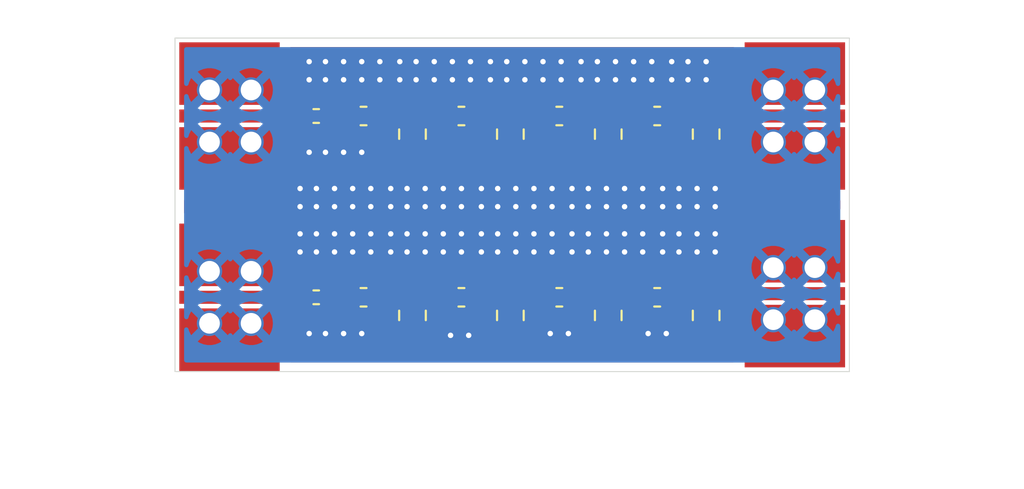
<source format=kicad_pcb>
(kicad_pcb (version 20221018) (generator pcbnew)

  (general
    (thickness 1.6)
  )

  (paper "A4")
  (layers
    (0 "F.Cu" signal)
    (31 "B.Cu" signal)
    (32 "B.Adhes" user "B.Adhesive")
    (33 "F.Adhes" user "F.Adhesive")
    (34 "B.Paste" user)
    (35 "F.Paste" user)
    (36 "B.SilkS" user "B.Silkscreen")
    (37 "F.SilkS" user "F.Silkscreen")
    (38 "B.Mask" user)
    (39 "F.Mask" user)
    (40 "Dwgs.User" user "User.Drawings")
    (41 "Cmts.User" user "User.Comments")
    (42 "Eco1.User" user "User.Eco1")
    (43 "Eco2.User" user "User.Eco2")
    (44 "Edge.Cuts" user)
    (45 "Margin" user)
    (46 "B.CrtYd" user "B.Courtyard")
    (47 "F.CrtYd" user "F.Courtyard")
    (48 "B.Fab" user)
    (49 "F.Fab" user)
    (50 "User.1" user)
    (51 "User.2" user)
    (52 "User.3" user)
    (53 "User.4" user)
    (54 "User.5" user)
    (55 "User.6" user)
    (56 "User.7" user)
    (57 "User.8" user)
    (58 "User.9" user)
  )

  (setup
    (pad_to_mask_clearance 0)
    (pcbplotparams
      (layerselection 0x00010fc_ffffffff)
      (plot_on_all_layers_selection 0x0000000_00000000)
      (disableapertmacros false)
      (usegerberextensions false)
      (usegerberattributes true)
      (usegerberadvancedattributes true)
      (creategerberjobfile true)
      (dashed_line_dash_ratio 12.000000)
      (dashed_line_gap_ratio 3.000000)
      (svgprecision 4)
      (plotframeref false)
      (viasonmask false)
      (mode 1)
      (useauxorigin false)
      (hpglpennumber 1)
      (hpglpenspeed 20)
      (hpglpendiameter 15.000000)
      (dxfpolygonmode true)
      (dxfimperialunits true)
      (dxfusepcbnewfont true)
      (psnegative false)
      (psa4output false)
      (plotreference true)
      (plotvalue true)
      (plotinvisibletext false)
      (sketchpadsonfab false)
      (subtractmaskfromsilk false)
      (outputformat 1)
      (mirror false)
      (drillshape 1)
      (scaleselection 1)
      (outputdirectory "")
    )
  )

  (net 0 "")
  (net 1 "Net-(L1-Pad1)")
  (net 2 "Net-(C1-Pad1)")
  (net 3 "Net-(C2-Pad1)")
  (net 4 "Net-(C3-Pad1)")
  (net 5 "Net-(C4-Pad1)")
  (net 6 "Earth")
  (net 7 "Net-(J1-Pad1)")

  (footprint "Capacitor_SMD:C_0805_2012Metric" (layer "F.Cu") (at 101.6 74 -90))

  (footprint "Capacitor_SMD:C_0805_2012Metric" (layer "F.Cu") (at 107 84 -90))

  (footprint "901_10512_1:AMPHENOL_901-10512-1" (layer "F.Cu") (at 111.895 82.8))

  (footprint "Resistor_SMD:R_0402_1005Metric" (layer "F.Cu") (at 85.49 73))

  (footprint "Capacitor_SMD:C_0805_2012Metric" (layer "F.Cu") (at 107 74 -90))

  (footprint "Inductor_SMD:L_0603_1608Metric" (layer "F.Cu") (at 93.5 83))

  (footprint "Inductor_SMD:L_0603_1608Metric" (layer "F.Cu") (at 98.9 83))

  (footprint "Capacitor_SMD:C_0805_2012Metric" (layer "F.Cu") (at 90.8 84 -90))

  (footprint "Inductor_SMD:L_0603_1608Metric" (layer "F.Cu") (at 88.1 83))

  (footprint "Inductor_SMD:L_0603_1608Metric" (layer "F.Cu") (at 93.5 73))

  (footprint "901_10512_1:AMPHENOL_901-10512-1" (layer "F.Cu") (at 80.705 73 180))

  (footprint "Capacitor_SMD:C_0805_2012Metric" (layer "F.Cu") (at 96.2 74 -90))

  (footprint "Capacitor_SMD:C_0805_2012Metric" (layer "F.Cu") (at 96.2 84 -90))

  (footprint "Capacitor_SMD:C_0805_2012Metric" (layer "F.Cu") (at 101.6 84 -90))

  (footprint "901_10512_1:AMPHENOL_901-10512-1" (layer "F.Cu") (at 111.895 73))

  (footprint "Capacitor_SMD:C_0805_2012Metric" (layer "F.Cu") (at 90.8 74 -90))

  (footprint "901_10512_1:AMPHENOL_901-10512-1" (layer "F.Cu") (at 80.705 83 180))

  (footprint "Inductor_SMD:L_0603_1608Metric" (layer "F.Cu") (at 88.1 73))

  (footprint "Inductor_SMD:L_0603_1608Metric" (layer "F.Cu") (at 104.3 83))

  (footprint "Resistor_SMD:R_0402_1005Metric" (layer "F.Cu") (at 85.49 83))

  (footprint "Inductor_SMD:L_0603_1608Metric" (layer "F.Cu") (at 104.3 73))

  (footprint "Inductor_SMD:L_0603_1608Metric" (layer "F.Cu") (at 98.9 73))

  (gr_line (start 114.9 87.1) (end 77.7 87.1)
    (stroke (width 0.05) (type default)) (layer "Edge.Cuts") (tstamp 0da8c11e-343a-4d80-960b-006d5d6efafc))
  (gr_line (start 77.8 68.7) (end 114.9 68.7)
    (stroke (width 0.05) (type default)) (layer "Edge.Cuts") (tstamp 0f50061a-b2dd-4c8c-bbeb-0fc0cb4b9f02))
  (gr_line (start 114.9 68.7) (end 114.9 87.1)
    (stroke (width 0.05) (type default)) (layer "Edge.Cuts") (tstamp 1f0a4069-27fb-4314-b8ac-5220db2b0894))
  (gr_line (start 77.7 68.7) (end 77.8 68.7)
    (stroke (width 0.05) (type default)) (layer "Edge.Cuts") (tstamp 3a246e12-eead-4a4d-ad09-ddb5bab450bb))
  (gr_line (start 77.7 87.1) (end 77.7 68.7)
    (stroke (width 0.05) (type default)) (layer "Edge.Cuts") (tstamp 3fb97b97-72a3-420b-b6a9-a8b33e61aa3f))

  (segment (start 86 83) (end 87.3125 83) (width 0.2) (layer "F.Cu") (net 1) (tstamp 9c908ed6-52e7-4b4e-a51c-11a7d653f3ba))
  (segment (start 86 73) (end 87.3125 73) (width 0.2) (layer "F.Cu") (net 1) (tstamp c4b79f15-334c-442f-b0bf-50e29e37aa65))
  (segment (start 88.8875 83) (end 92.7125 83) (width 0.2) (layer "F.Cu") (net 2) (tstamp 1fafbdb8-8d9d-44eb-8275-14b41728f269))
  (segment (start 88.8875 73) (end 92.7125 73) (width 0.2) (layer "F.Cu") (net 2) (tstamp c781dadf-57e2-4692-a0bd-8d95eefcf48d))
  (segment (start 94.2875 73) (end 98.1125 73) (width 0.2) (layer "F.Cu") (net 3) (tstamp 444c0bfc-6fbf-4d8d-800b-e8af47e29910))
  (segment (start 94.2875 83) (end 98.1125 83) (width 0.2) (layer "F.Cu") (net 3) (tstamp 750c3ea8-0d69-47f6-b4c3-c9f0406a342c))
  (segment (start 99.6875 83) (end 103.5125 83) (width 0.2) (layer "F.Cu") (net 4) (tstamp 5c508e51-1c61-42d8-bd8b-60a78ee015a4))
  (segment (start 99.6875 73) (end 103.5125 73) (width 0.2) (layer "F.Cu") (net 4) (tstamp e01c77f5-b04e-4bf5-9ce7-dfddf9f9d860))
  (segment (start 105.0875 73) (end 111.895 73) (width 0.2) (layer "F.Cu") (net 5) (tstamp 1ab8fd4f-6424-4b15-b0e9-559193a8e063))
  (segment (start 108.2 83) (end 108.4 82.8) (width 0.2) (layer "F.Cu") (net 5) (tstamp 362a5cfb-866a-4567-85c5-e15bb4eac165))
  (segment (start 108.4 82.8) (end 111.895 82.8) (width 0.2) (layer "F.Cu") (net 5) (tstamp d342d005-ae15-470b-b921-4933932a5096))
  (segment (start 105.0875 83) (end 108.2 83) (width 0.2) (layer "F.Cu") (net 5) (tstamp f0adc917-fe98-4b85-ab27-b376726a81b4))
  (via (at 88 70) (size 0.6) (drill 0.3) (layers "F.Cu" "B.Cu") (free) (net 6) (tstamp 005fcacc-8152-43ca-93a6-7cfa8e3ea74c))
  (via (at 95.5 77) (size 0.6) (drill 0.3) (layers "F.Cu" "B.Cu") (free) (net 6) (tstamp 009f166f-78c7-431d-94c0-378e702308dc))
  (via (at 100.5 79.5) (size 0.6) (drill 0.3) (layers "F.Cu" "B.Cu") (free) (net 6) (tstamp 00ba767b-a01e-4c77-9069-19666ed3d849))
  (via (at 101 70) (size 0.6) (drill 0.3) (layers "F.Cu" "B.Cu") (free) (net 6) (tstamp 03162417-ac5b-43bb-995b-8ec66c643c2a))
  (via (at 87.5 78) (size 0.6) (drill 0.3) (layers "F.Cu" "B.Cu") (free) (net 6) (tstamp 07e9d4ea-9500-4a50-8183-0c4e4d209af6))
  (via (at 88.5 79.5) (size 0.6) (drill 0.3) (layers "F.Cu" "B.Cu") (free) (net 6) (tstamp 0ea19067-3b22-45b6-8380-e1adf49d8834))
  (via (at 87 85) (size 0.6) (drill 0.3) (layers "F.Cu" "B.Cu") (free) (net 6) (tstamp 0f2a70be-d178-4558-b194-ba914073f227))
  (via (at 94.6 78) (size 0.6) (drill 0.3) (layers "F.Cu" "B.Cu") (free) (net 6) (tstamp 0f2ddae3-50e5-413b-992a-4c4916044ddf))
  (via (at 99.6 77) (size 0.6) (drill 0.3) (layers "F.Cu" "B.Cu") (free) (net 6) (tstamp 11abdf5f-fe3f-4106-b5c5-3f17235260e3))
  (via (at 98.5 79.5) (size 0.6) (drill 0.3) (layers "F.Cu" "B.Cu") (free) (net 6) (tstamp 11e22210-e490-4ba2-9a2c-f174c5d8b261))
  (via (at 92.5 77) (size 0.6) (drill 0.3) (layers "F.Cu" "B.Cu") (free) (net 6) (tstamp 124e1d70-033b-4c58-bc62-799f55136747))
  (via (at 103.5 77) (size 0.6) (drill 0.3) (layers "F.Cu" "B.Cu") (free) (net 6) (tstamp 15665f85-f7d9-4e2d-8209-5794a50d10d7))
  (via (at 93 70) (size 0.6) (drill 0.3) (layers "F.Cu" "B.Cu") (free) (net 6) (tstamp 158cb825-1225-4ac5-a000-07fa29016b96))
  (via (at 92.5 78) (size 0.6) (drill 0.3) (layers "F.Cu" "B.Cu") (free) (net 6) (tstamp 165b688c-4644-4909-b698-9bac3ed5c2c2))
  (via (at 85.5 78) (size 0.6) (drill 0.3) (layers "F.Cu" "B.Cu") (free) (net 6) (tstamp 19bd47c9-2390-4c6b-8ef2-c9ead176e5df))
  (via (at 103 70) (size 0.6) (drill 0.3) (layers "F.Cu" "B.Cu") (free) (net 6) (tstamp 1ad2b2bf-7506-4274-8fe0-c72ab46759b9))
  (via (at 87.5 77) (size 0.6) (drill 0.3) (layers "F.Cu" "B.Cu") (free) (net 6) (tstamp 1d76fc32-54ef-4878-b092-9f7d1f676a3c))
  (via (at 100.1 70) (size 0.6) (drill 0.3) (layers "F.Cu" "B.Cu") (free) (net 6) (tstamp 1f1cab34-fa4c-4404-a150-da1766d5312f))
  (via (at 99.4 85) (size 0.6) (drill 0.3) (layers "F.Cu" "B.Cu") (free) (net 6) (tstamp 204868ed-33bd-45c2-a9a8-8a174a6d38f6))
  (via (at 98.5 78) (size 0.6) (drill 0.3) (layers "F.Cu" "B.Cu") (free) (net 6) (tstamp 2089170f-762c-4454-ba9a-439e2e9666fe))
  (via (at 99.6 80.5) (size 0.6) (drill 0.3) (layers "F.Cu" "B.Cu") (free) (net 6) (tstamp 21129887-cd52-4ea4-8ef8-4838a20f33ed))
  (via (at 104 70) (size 0.6) (drill 0.3) (layers "F.Cu" "B.Cu") (free) (net 6) (tstamp 22de84ff-3f2c-4067-bdb8-9de9a7cef8ea))
  (via (at 97.5 77) (size 0.6) (drill 0.3) (layers "F.Cu" "B.Cu") (free) (net 6) (tstamp 23a3cecd-8514-4de2-9039-02b9dac3fecf))
  (via (at 88 71) (size 0.6) (drill 0.3) (layers "F.Cu" "B.Cu") (free) (net 6) (tstamp 24e12834-1852-4584-b575-a6dd7e8cb538))
  (via (at 96 71) (size 0.6) (drill 0.3) (layers "F.Cu" "B.Cu") (free) (net 6) (tstamp 2639ab66-0d7e-4ad2-8dcd-2444c0cd4a73))
  (via (at 102 71) (size 0.6) (drill 0.3) (layers "F.Cu" "B.Cu") (free) (net 6) (tstamp 29b8df07-6357-4047-901c-ba86e1ecceb4))
  (via (at 85.1 75) (size 0.6) (drill 0.3) (layers "F.Cu" "B.Cu") (free) (net 6) (tstamp 2b507940-aa96-4cd9-ae2a-d02e4cf2c47c))
  (via (at 88 75) (size 0.6) (drill 0.3) (layers "F.Cu" "B.Cu") (free) (net 6) (tstamp 3039938c-2b3f-423c-9670-b6872c82d16c))
  (via (at 91.5 80.5) (size 0.6) (drill 0.3) (layers "F.Cu" "B.Cu") (free) (net 6) (tstamp 31414cb7-5321-4ca8-87e0-a61705734ae1))
  (via (at 104.8 85) (size 0.6) (drill 0.3) (layers "F.Cu" "B.Cu") (free) (net 6) (tstamp 39a1aa94-2f29-4541-8f4d-cd5505d0790e))
  (via (at 98.5 77) (size 0.6) (drill 0.3) (layers "F.Cu" "B.Cu") (free) (net 6) (tstamp 406c07b1-b94b-4f43-a9f5-e089c6612528))
  (via (at 88.5 78) (size 0.6) (drill 0.3) (layers "F.Cu" "B.Cu") (free) (net 6) (tstamp 420872bc-faa0-4c80-91e8-d705f267f5fd))
  (via (at 97 70) (size 0.6) (drill 0.3) (layers "F.Cu" "B.Cu") (free) (net 6) (tstamp 42690773-93a4-4301-b582-c6c900ac0bb6))
  (via (at 107 71) (size 0.6) (drill 0.3) (layers "F.Cu" "B.Cu") (free) (net 6) (tstamp 446d03ae-7bac-48de-9517-bc49380f7123))
  (via (at 84.6 79.5) (size 0.6) (drill 0.3) (layers "F.Cu" "B.Cu") (free) (net 6) (tstamp 48eae517-0c73-44ad-a27d-e1e86dba2561))
  (via (at 105.5 77) (size 0.6) (drill 0.3) (layers "F.Cu" "B.Cu") (free) (net 6) (tstamp 4902c7a5-f4fd-4f2a-8c26-b6f970fab79c))
  (via (at 101.5 78) (size 0.6) (drill 0.3) (layers "F.Cu" "B.Cu") (free) (net 6) (tstamp 493fb20d-d470-4248-8a33-86ed3713571a))
  (via (at 86.5 77) (size 0.6) (drill 0.3) (layers "F.Cu" "B.Cu") (free) (net 6) (tstamp 4d0fabe1-e6f6-47e9-ad14-b0595ef3e2aa))
  (via (at 89.6 78) (size 0.6) (drill 0.3) (layers "F.Cu" "B.Cu") (free) (net 6) (tstamp 4d5a16b0-b7c5-44a8-b7a4-59c4bc3236dc))
  (via (at 105.5 79.5) (size 0.6) (drill 0.3) (layers "F.Cu" "B.Cu") (free) (net 6) (tstamp 4e7c4514-8c0b-43b8-bc25-b83af301d8fa))
  (via (at 92 70) (size 0.6) (drill 0.3) (layers "F.Cu" "B.Cu") (free) (net 6) (tstamp 4eaf7b3b-2ad4-4d7c-9733-ce4158a01c76))
  (via (at 86.5 78) (size 0.6) (drill 0.3) (layers "F.Cu" "B.Cu") (free) (net 6) (tstamp 501a50e6-a3cd-4109-86a0-d1b013894f4a))
  (via (at 106.5 79.5) (size 0.6) (drill 0.3) (layers "F.Cu" "B.Cu") (free) (net 6) (tstamp 532e1b29-036d-4f26-b552-39b6ab328c07))
  (via (at 99 71) (size 0.6) (drill 0.3) (layers "F.Cu" "B.Cu") (free) (net 6) (tstamp 5352eb55-568f-4164-b66d-905a62273a01))
  (via (at 106.5 80.5) (size 0.6) (drill 0.3) (layers "F.Cu" "B.Cu") (free) (net 6) (tstamp 53bb6e8f-c96a-4da4-bf48-73ced784074a))
  (via (at 104.6 79.5) (size 0.6) (drill 0.3) (layers "F.Cu" "B.Cu") (free) (net 6) (tstamp 53d5219a-95a5-425e-a3cc-7e16f81e7ea1))
  (via (at 97.5 79.5) (size 0.6) (drill 0.3) (layers "F.Cu" "B.Cu") (free) (net 6) (tstamp 58f8ae5f-fa4e-47fa-b9c6-e287007c636b))
  (via (at 88 85) (size 0.6) (drill 0.3) (layers "F.Cu" "B.Cu") (free) (net 6) (tstamp 5917697b-7804-4bc8-9245-d0fffe917f5d))
  (via (at 91.5 78) (size 0.6) (drill 0.3) (layers "F.Cu" "B.Cu") (free) (net 6) (tstamp 5982e7dc-9b7d-442e-92d2-6bc9fe4fe177))
  (via (at 103 71) (size 0.6) (drill 0.3) (layers "F.Cu" "B.Cu") (free) (net 6) (tstamp 5cd74556-a736-4396-902a-b6c7117dfed8))
  (via (at 107.5 79.5) (size 0.6) (drill 0.3) (layers "F.Cu" "B.Cu") (free) (net 6) (tstamp 5fd6838f-fb42-436b-90d5-ddb2eb209534))
  (via (at 100.5 78) (size 0.6) (drill 0.3) (layers "F.Cu" "B.Cu") (free) (net 6) (tstamp 60496182-466e-4a3d-a691-3fb4e035124d))
  (via (at 105.5 78) (size 0.6) (drill 0.3) (layers "F.Cu" "B.Cu") (free) (net 6) (tstamp 614a5327-281b-414e-80de-7b0498e43022))
  (via (at 86 71) (size 0.6) (drill 0.3) (layers "F.Cu" "B.Cu") (free) (net 6) (tstamp 615c7bc4-e0bf-4f38-8b2a-6e4bd683c481))
  (via (at 93.5 78) (size 0.6) (drill 0.3) (layers "F.Cu" "B.Cu") (free) (net 6) (tstamp 61af310b-43db-4755-b083-4fa2133b52d6))
  (via (at 107.5 78) (size 0.6) (drill 0.3) (layers "F.Cu" "B.Cu") (free) (net 6) (tstamp 64adb3d5-846f-4006-be9a-c9189d55c0be))
  (via (at 84.6 77) (size 0.6) (drill 0.3) (layers "F.Cu" "B.Cu") (free) (net 6) (tstamp 6888927c-5f7a-430e-ac4c-84cec330ba46))
  (via (at 104.6 78) (size 0.6) (drill 0.3) (layers "F.Cu" "B.Cu") (free) (net 6) (tstamp 69479256-f975-401a-a31d-265ef000779e))
  (via (at 92.5 80.5) (size 0.6) (drill 0.3) (layers "F.Cu" "B.Cu") (free) (net 6) (tstamp 6addd5c7-41b4-49eb-9135-e063086042e7))
  (via (at 86.5 79.5) (size 0.6) (drill 0.3) (layers "F.Cu" "B.Cu") (free) (net 6) (tstamp 6f84243b-057b-49e0-80ea-06e0fa39e252))
  (via (at 91.5 79.5) (size 0.6) (drill 0.3) (layers "F.Cu" "B.Cu") (free) (net 6) (tstamp 715d7f54-b0c9-4a81-a82a-1c844c3b3105))
  (via (at 84.6 78) (size 0.6) (drill 0.3) (layers "F.Cu" "B.Cu") (free) (net 6) (tstamp 7346b5bd-31a1-4535-bfc6-c49083db13d7))
  (via (at 92.9 85.1) (size 0.6) (drill 0.3) (layers "F.Cu" "B.Cu") (free) (net 6) (tstamp 7457345a-daf9-4d1d-b39d-0a433d8d6ec8))
  (via (at 103.8 85) (size 0.6) (drill 0.3) (layers "F.Cu" "B.Cu") (free) (net 6) (tstamp 751632fe-d2a0-426c-b319-69af3eed42bc))
  (via (at 95.5 78) (size 0.6) (drill 0.3) (layers "F.Cu" "B.Cu") (free) (net 6) (tstamp 78a25c2a-f650-428a-86e0-946173124115))
  (via (at 89.6 77) (size 0.6) (drill 0.3) (layers "F.Cu" "B.Cu") (free) (net 6) (tstamp 7a128803-cfbf-4cee-80b5-c8ece78ba2a3))
  (via (at 99.6 78) (size 0.6) (drill 0.3) (layers "F.Cu" "B.Cu") (free) (net 6) (tstamp 7a2fcbb0-4f81-4776-8313-7bba9227ccbf))
  (via (at 99 70) (size 0.6) (drill 0.3) (layers "F.Cu" "B.Cu") (free) (net 6) (tstamp 7aacd129-d834-4e2a-9c55-5ba0ed05975d))
  (via (at 100.5 77) (size 0.6) (drill 0.3) (layers "F.Cu" "B.Cu") (free) (net 6) (tstamp 7c0e7914-69c2-449e-8d28-3956b06d7990))
  (via (at 105.1 70) (size 0.6) (drill 0.3) (layers "F.Cu" "B.Cu") (free) (net 6) (tstamp 7c43eae7-1c7d-4cdb-a1d4-847a568c57e0))
  (via (at 98.4 85) (size 0.6) (drill 0.3) (layers "F.Cu" "B.Cu") (free) (net 6) (tstamp 7ca83bb6-f24b-4733-9e47-f7274f09f766))
  (via (at 93 71) (size 0.6) (drill 0.3) (layers "F.Cu" "B.Cu") (free) (net 6) (tstamp 7de026ff-9d6d-4a79-8d6b-a85521a17863))
  (via (at 94 70) (size 0.6) (drill 0.3) (layers "F.Cu" "B.Cu") (free) (net 6) (tstamp 7e612de7-02a4-4e42-a31d-a245ee2350e5))
  (via (at 106 71) (size 0.6) (drill 0.3) (layers "F.Cu" "B.Cu") (free) (net 6) (tstamp 7fbbd77d-9781-48f0-a1b9-233c741ee055))
  (via (at 94.6 80.5) (size 0.6) (drill 0.3) (layers "F.Cu" "B.Cu") (free) (net 6) (tstamp 80d8391e-0bb3-40f4-a57a-ae3bb6e6a08b))
  (via (at 99.6 79.5) (size 0.6) (drill 0.3) (layers "F.Cu" "B.Cu") (free) (net 6) (tstamp 82771dfa-b745-4679-84d9-bc91b7121793))
  (via (at 85.5 79.5) (size 0.6) (drill 0.3) (layers "F.Cu" "B.Cu") (free) (net 6) (tstamp 8284b170-32d6-4b2d-bc01-58e3d9518113))
  (via (at 100.1 71) (size 0.6) (drill 0.3) (layers "F.Cu" "B.Cu") (free) (net 6) (tstamp 83f7aadb-180e-4762-9680-f28e2bfa384f))
  (via (at 97 71) (size 0.6) (drill 0.3) (layers "F.Cu" "B.Cu") (free) (net 6) (tstamp 84939b84-bbcb-4a26-bf7c-194575e1c9a5))
  (via (at 103.5 78) (size 0.6) (drill 0.3) (layers "F.Cu" "B.Cu") (free) (net 6) (tstamp 872059d3-b080-4eb9-bf34-94e76284f276))
  (via (at 93.5 77) (size 0.6) (drill 0.3) (layers "F.Cu" "B.Cu") (free) (net 6) (tstamp 89ea04bd-ec5e-4315-8f73-202abc05d685))
  (via (at 98 70) (size 0.6) (drill 0.3) (layers "F.Cu" "B.Cu") (free) (net 6) (tstamp 8a2b94f7-202a-406d-98d7-45dd3cee5b37))
  (via (at 102.5 78) (size 0.6) (drill 0.3) (layers "F.Cu" "B.Cu") (free) (net 6) (tstamp 8b05da8e-8654-44c6-b8a4-3f48a154f6e7))
  (via (at 107 70) (size 0.6) (drill 0.3) (layers "F.Cu" "B.Cu") (free) (net 6) (tstamp 8eea926d-8a4f-4b59-b002-92768cd5bed2))
  (via (at 103.5 80.5) (size 0.6) (drill 0.3) (layers "F.Cu" "B.Cu") (free) (net 6) (tstamp 8fbca00b-b5fb-4430-a3e1-1231235d7b27))
  (via (at 93.5 80.5) (size 0.6) (drill 0.3) (layers "F.Cu" "B.Cu") (free) (net 6) (tstamp 90264540-4bc7-4d37-b4cd-9135b72e3844))
  (via (at 98.5 80.5) (size 0.6) (drill 0.3) (layers "F.Cu" "B.Cu") (free) (net 6) (tstamp 91bb6877-3cb7-435a-bdce-d9eb0f4b2f28))
  (via (at 106 70) (size 0.6) (drill 0.3) (layers "F.Cu" "B.Cu") (free) (net 6) (tstamp 94a21bb0-ccb8-43d7-8f23-a1f100639b2c))
  (via (at 92 71) (size 0.6) (drill 0.3) (layers "F.Cu" "B.Cu") (free) (net 6) (tstamp 996aab27-98b5-44ce-9b65-c0a49ede6b4c))
  (via (at 93.5 79.5) (size 0.6) (drill 0.3) (layers "F.Cu" "B.Cu") (free) (net 6) (tstamp 99f21df4-5532-4dcd-b76c-24f2795ec2d3))
  (via (at 87.5 79.5) (size 0.6) (drill 0.3) (layers "F.Cu" "B.Cu") (free) (net 6) (tstamp 9b1025e2-e428-4063-b6eb-3e7a7d1e61dc))
  (via (at 90.5 79.5) (size 0.6) (drill 0.3) (layers "F.Cu" "B.Cu") (free) (net 6) (tstamp 9ced8645-109e-4fdf-8b18-169dc7c7717e))
  (via (at 95.5 79.5) (size 0.6) (drill 0.3) (layers "F.Cu" "B.Cu") (free) (net 6) (tstamp 9d5712f4-9937-4904-827b-83983d6225cb))
  (via (at 101.5 80.5) (size 0.6) (drill 0.3) (layers "F.Cu" "B.Cu") (free) (net 6) (tstamp 9da12e5f-b972-4d1d-9120-0ac803e123f9))
  (via (at 106.5 77) (size 0.6) (drill 0.3) (layers "F.Cu" "B.Cu") (free) (net 6) (tstamp 9df70987-0cb0-440d-91df-d22482a6b544))
  (via (at 93.9 85.1) (size 0.6) (drill 0.3) (layers "F.Cu" "B.Cu") (free) (net 6) (tstamp 9fe09804-beac-4eee-a319-48c96bc086cb))
  (via (at 96.5 78) (size 0.6) (drill 0.3) (layers "F.Cu" "B.Cu") (free) (net 6) (tstamp a0adac9a-4e0a-4778-a0b8-39206e41c301))
  (via (at 85.1 71) (size 0.6) (drill 0.3) (layers "F.Cu" "B.Cu") (free) (net 6) (tstamp a25f8914-49c6-42dc-b978-189feb59eef7))
  (via (at 102.5 79.5) (size 0.6) (drill 0.3) (layers "F.Cu" "B.Cu") (free) (net 6) (tstamp a7ea12d9-1265-4135-96f5-7495f747b786))
  (via (at 88.5 77) (size 0.6) (drill 0.3) (layers "F.Cu" "B.Cu") (free) (net 6) (tstamp a813cd82-d83b-4bd9-96d8-cfccadad24a0))
  (via (at 105.1 71) (size 0.6) (drill 0.3) (layers "F.Cu" "B.Cu") (free) (net 6) (tstamp a9a08b6d-62f2-4e92-9ae5-81075493e38b))
  (via (at 96.5 77) (size 0.6) (drill 0.3) (layers "F.Cu" "B.Cu") (free) (net 6) (tstamp a9acfb47-09f1-49ac-8121-f424b6ad3d91))
  (via (at 95.1 71) (size 0.6) (drill 0.3) (layers "F.Cu" "B.Cu") (free) (net 6) (tstamp aa691f10-8860-4d32-b766-563f76f42e8c))
  (via (at 98 71) (size 0.6) (drill 0.3) (layers "F.Cu" "B.Cu") (free) (net 6) (tstamp ab7fac27-243a-4659-8cf4-2bb7e448f81c))
  (via (at 95.5 80.5) (size 0.6) (drill 0.3) (layers "F.Cu" "B.Cu") (free) (net 6) (tstamp adae6b60-ebba-4be7-92ed-37e52e229c7b))
  (via (at 89.6 80.5) (size 0.6) (drill 0.3) (layers "F.Cu" "B.Cu") (free) (net 6) (tstamp ade2d54f-1a17-4414-8cb9-d4a0714c5eaf))
  (via (at 85.1 85) (size 0.6) (drill 0.3) (layers "F.Cu" "B.Cu") (free) (net 6) (tstamp af88cd81-576a-43a6-821f-7635173f1bb3))
  (via (at 90.5 77) (size 0.6) (drill 0.3) (layers "F.Cu" "B.Cu") (free) (net 6) (tstamp affcf2c3-19ee-4e19-a640-6bc0c66ca8c1))
  (via (at 87.5 80.5) (size 0.6) (drill 0.3) (layers "F.Cu" "B.Cu") (free) (net 6) (tstamp b02afb76-ab34-49a8-b088-0bee4ce8914b))
  (via (at 85.1 70) (size 0.6) (drill 0.3) (layers "F.Cu" "B.Cu") (free) (net 6) (tstamp b0bea8c7-1294-4ae4-9c74-d680face3c45))
  (via (at 100.5 80.5) (size 0.6) (drill 0.3) (layers "F.Cu" "B.Cu") (free) (net 6) (tstamp b126e8ec-e86d-4a5e-b9cc-9286c79f681c))
  (via (at 89 71) (size 0.6) (drill 0.3) (layers "F.Cu" "B.Cu") (free) (net 6) (tstamp b47c6aeb-8ac1-4ac0-be53-a13e57414a77))
  (via (at 84.6 80.5) (size 0.6) (drill 0.3) (layers "F.Cu" "B.Cu") (free) (net 6) (tstamp b74bca8d-bf05-4e49-b248-e7b3213511de))
  (via (at 104 71) (size 0.6) (drill 0.3) (layers "F.Cu" "B.Cu") (free) (net 6) (tstamp b8ab21db-ea57-47dc-866e-a002cc3b2083))
  (via (at 86.5 80.5) (size 0.6) (drill 0.3) (layers "F.Cu" "B.Cu") (free) (net 6) (tstamp b931e4dd-3cc0-4f78-a614-a4ff4b542125))
  (via (at 88.5 80.5) (size 0.6) (drill 0.3) (layers "F.Cu" "B.Cu") (free) (net 6) (tstamp b9fbd286-fabe-4ba6-85e5-8bb1526decaf))
  (via (at 90.5 78) (size 0.6) (drill 0.3) (layers "F.Cu" "B.Cu") (free) (net 6) (tstamp bd013cf4-bf07-4894-aec9-469a3a8447f7))
  (via (at 94.6 79.5) (size 0.6) (drill 0.3) (layers "F.Cu" "B.Cu") (free) (net 6) (tstamp bdede1f8-964f-4224-84b5-f4d99c38c1f2))
  (via (at 102 70) (size 0.6) (drill 0.3) (layers "F.Cu" "B.Cu") (free) (net 6) (tstamp be850576-d212-4156-a7d7-20529234c88a))
  (via (at 85.5 77) (size 0.6) (drill 0.3) (layers "F.Cu" "B.Cu") (free) (net 6) (tstamp c045765c-3b40-44d0-bf3b-b4b5a01a0a15))
  (via (at 86 75) (size 0.6) (drill 0.3) (layers "F.Cu" "B.Cu") (free) (net 6) (tstamp c5e7f532-c97e-49f5-9c4a-17b9b3e48ce5))
  (via (at 89.6 79.5) (size 0.6) (drill 0.3) (layers "F.Cu" "B.Cu") (free) (net 6) (tstamp c5f788f5-53ff-4ca4-9bd8-1be589469620))
  (via (at 97.5 80.5) (size 0.6) (drill 0.3) (layers "F.Cu" "B.Cu") (free) (net 6) (tstamp c89fb2dd-989b-446b-b121-b3f954161811))
  (via (at 85.5 80.5) (size 0.6) (drill 0.3) (layers "F.Cu" "B.Cu") (free) (net 6) (tstamp ca572996-67ed-43a0-affb-641502ab150f))
  (via (at 104.6 77) (size 0.6) (drill 0.3) (layers "F.Cu" "B.Cu") (free) (net 6) (tstamp cd1a242a-c82a-4634-ae53-dbeba5dc0860))
  (via (at 86 85) (size 0.6) (drill 0.3) (layers "F.Cu" "B.Cu") (free) (net 6) (tstamp cec59986-34d4-4cae-9a5f-ef3c1948d04b))
  (via (at 102.5 80.5) (size 0.6) (drill 0.3) (layers "F.Cu" "B.Cu") (free) (net 6) (tstamp d1c8767b-bea4-4060-99b1-fe26242f4a9f))
  (via (at 104.6 80.5) (size 0.6) (drill 0.3) (layers "F.Cu" "B.Cu") (free) (net 6) (tstamp d2041888-ec0c-47ff-a34e-84f62a85a873))
  (via (at 91 71) (size 0.6) (drill 0.3) (layers "F.Cu" "B.Cu") (free) (net 6) (tstamp d2b423a9-093e-4804-9e83-0f9bbaedc34a))
  (via (at 87 75) (size 0.6) (drill 0.3) (layers "F.Cu" "B.Cu") (free) (net 6) (tstamp d2d27d6b-2ac7-4737-bf57-72845dfae467))
  (via (at 87 70) (size 0.6) (drill 0.3) (layers "F.Cu" "B.Cu") (free) (net 6) (tstamp d32c366c-44b8-44a6-a750-9dda2d0c3943))
  (via (at 89 70) (size 0.6) (drill 0.3) (layers "F.Cu" "B.Cu") (free) (net 6) (tstamp d940f0e5-8612-4ca7-8093-58c16bdeeba9))
  (via (at 94.6 77) (size 0.6) (drill 0.3) (layers "F.Cu" "B.Cu") (free) (net 6) (tstamp d99fa598-b843-4955-ba95-8b4eb0b045fc))
  (via (at 90.5 80.5) (size 0.6) (drill 0.3) (layers "F.Cu" "B.Cu") (free) (net 6) (tstamp e3805176-4575-45c6-a53b-971d03947b76))
  (via (at 96.5 79.5) (size 0.6) (drill 0.3) (layers "F.Cu" "B.Cu") (free) (net 6) (tstamp e425d07f-52a9-4f26-aa21-dc62a6568b16))
  (via (at 91 70) (size 0.6) (drill 0.3) (layers "F.Cu" "B.Cu") (free) (net 6) (tstamp e56b14b0-d208-473e-9e76-2a2daf9fe6a7))
  (via (at 101.5 79.5) (size 0.6) (drill 0.3) (layers "F.Cu" "B.Cu") (free) (net 6) (tstamp e7bc0392-f05a-4265-be60-2746c6ea84ea))
  (via (at 105.5 80.5) (size 0.6) (drill 0.3) (layers "F.Cu" "B.Cu") (free) (net 6) (tstamp e8398c09-b2ea-43e5-8087-4f6be5bb5d03))
  (via (at 106.5 78) (size 0.6) (drill 0.3) (layers "F.Cu" "B.Cu") (free) (net 6) (tstamp e8cef9dc-3de1-4e02-a0e6-05944b6646fa))
  (via (at 107.5 77) (size 0.6) (drill 0.3) (layers "F.Cu" "B.Cu") (free) (net 6) (tstamp e9739623-6239-4b92-ad53-4060f43b0382))
  (via (at 86 70) (size 0.6) (drill 0.3) (layers "F.Cu" "B.Cu") (free) (net 6) (tstamp ea7b6463-442c-4e9a-973b-f811317e4db4))
  (via (at 107.5 80.5) (size 0.6) (drill 0.3) (layers "F.Cu" "B.Cu") (free) (net 6) (tstamp eb6d21c9-2ad4-4d3c-9b25-b4bcc2d7e470))
  (via (at 96 70) (size 0.6) (drill 0.3) (layers "F.Cu" "B.Cu") (free) (net 6) (tstamp ece9c68e-2633-42b4-b929-7061f1017332))
  (via (at 95.1 70) (size 0.6) (drill 0.3) (layers "F.Cu" "B.Cu") (free) (net 6) (tstamp ede92bb2-a074-42a0-b632-fe10e8080493))
  (via (at 90.1 71) (size 0.6) (drill 0.3) (layers "F.Cu" "B.Cu") (free) (net 6) (tstamp eee5ff2c-dc25-409e-b7d2-feef4ccd00eb))
  (via (at 96.5 80.5) (size 0.6) (drill 0.3) (layers "F.Cu" "B.Cu") (free) (net 6) (tstamp eeeba5d2-579b-4ab1-a70b-314826cc4c0a))
  (via (at 97.5 78) (size 0.6) (drill 0.3) (layers "F.Cu" "B.Cu") (free) (net 6) (tstamp f0e26782-246f-4082-8f17-e0ac161c9945))
  (via (at 91.5 77) (size 0.6) (drill 0.3) (layers "F.Cu" "B.Cu") (free) (net 6) (tstamp f269f248-e4c5-4dbc-a3e2-e731e28907c6))
  (via (at 94 71) (size 0.6) (drill 0.3) (layers "F.Cu" "B.Cu") (free) (net 6) (tstamp f272c3d7-6f45-4a71-a2fd-2686227b9c0c))
  (via (at 103.5 79.5) (size 0.6) (drill 0.3) (layers "F.Cu" "B.Cu") (free) (net 6) (tstamp f5ddf444-708e-43dd-908f-f09e7c3eeb74))
  (via (at 92.5 79.5) (size 0.6) (drill 0.3) (layers "F.Cu" "B.Cu") (free) (net 6) (tstamp f8dbbf35-a880-403c-81da-786ebdc61d77))
  (via (at 87 71) (size 0.6) (drill 0.3) (layers "F.Cu" "B.Cu") (free) (net 6) (tstamp fad18552-0a89-4b23-bd8e-1df4388d257a))
  (via (at 101.5 77) (size 0.6) (drill 0.3) (layers "F.Cu" "B.Cu") (free) (net 6) (tstamp fcace370-20b9-4723-9d13-d9b98ec7dfa5))
  (via (at 102.5 77) (size 0.6) (drill 0.3) (layers "F.Cu" "B.Cu") (free) (net 6) (tstamp fd43c718-805f-435f-be0c-e0caee731429))
  (via (at 90.1 70) (size 0.6) (drill 0.3) (layers "F.Cu" "B.Cu") (free) (net 6) (tstamp ff4161a1-68a1-4853-a0bc-eeb7b6d831ca))
  (via (at 101 71) (size 0.6) (drill 0.3) (layers "F.Cu" "B.Cu") (free) (net 6) (tstamp ffccff78-3c85-4e0e-a7b6-46c831dd218b))
  (segment (start 80.705 73) (end 84.98 73) (width 0.2) (layer "F.Cu") (net 7) (tstamp 1384adb6-6042-464e-ba42-380c99c57251))
  (segment (start 80.705 83) (end 84.98 83) (width 0.2) (layer "F.Cu") (net 7) (tstamp 4ae28141-735c-435c-9d32-463f1c474be4))

  (zone (net 6) (net_name "Earth") (layer "F.Cu") (tstamp ec311ec5-bf92-4676-9712-ed401687edc9) (hatch edge 0.5)
    (connect_pads (clearance 0.5))
    (min_thickness 0.25) (filled_areas_thickness no)
    (fill yes (thermal_gap 0.5) (thermal_bridge_width 0.5))
    (polygon
      (pts
        (xy 120.9 67)
        (xy 120.9 88.3)
        (xy 77.4 88.3)
        (xy 77.5 67)
      )
    )
  )
  (zone (net 6) (net_name "Earth") (layers "F&B.Cu") (tstamp b5bc6552-46f0-49c5-9dd1-2dfebaccd480) (hatch edge 0.5)
    (priority 1)
    (connect_pads (clearance 0.5))
    (min_thickness 0.25) (filled_areas_thickness no)
    (fill yes (thermal_gap 0.5) (thermal_bridge_width 0.5))
    (polygon
      (pts
        (xy 77.4 67.9)
        (xy 120.7 67.9)
        (xy 120.7 92.2)
        (xy 77.3 92.1)
      )
    )
    (filled_polygon
      (layer "F.Cu")
      (pts
        (xy 108.584996 83.568967)
        (xy 108.620648 83.629056)
        (xy 108.6245 83.659722)
        (xy 108.624501 86.4755)
        (xy 108.604816 86.542539)
        (xy 108.552013 86.588294)
        (xy 108.500501 86.5995)
        (xy 84.099 86.5995)
        (xy 84.031961 86.579815)
        (xy 83.986206 86.527011)
        (xy 83.975 86.4755)
        (xy 83.975 85.59)
        (xy 80.579 85.59)
        (xy 80.511961 85.570315)
        (xy 80.466206 85.517511)
        (xy 80.455 85.466)
        (xy 80.455 85.214)
        (xy 80.459111 85.2)
        (xy 89.575001 85.2)
        (xy 89.575001 85.249986)
        (xy 89.585494 85.352697)
        (xy 89.640641 85.519119)
        (xy 89.640643 85.519124)
        (xy 89.732684 85.668345)
        (xy 89.856654 85.792315)
        (xy 90.005875 85.884356)
        (xy 90.00588 85.884358)
        (xy 90.172302 85.939505)
        (xy 90.172309 85.939506)
        (xy 90.275019 85.949999)
        (xy 90.549999 85.949999)
        (xy 90.55 85.949998)
        (xy 90.55 85.2)
        (xy 91.05 85.2)
        (xy 91.05 85.949999)
        (xy 91.324972 85.949999)
        (xy 91.324986 85.949998)
        (xy 91.427697 85.939505)
        (xy 91.594119 85.884358)
        (xy 91.594124 85.884356)
        (xy 91.743345 85.792315)
        (xy 91.867315 85.668345)
        (xy 91.959356 85.519124)
        (xy 91.959358 85.519119)
        (xy 92.014505 85.352697)
        (xy 92.014506 85.35269)
        (xy 92.024999 85.249986)
        (xy 92.025 85.249973)
        (xy 92.025 85.2)
        (xy 94.975001 85.2)
        (xy 94.975001 85.249986)
        (xy 94.985494 85.352697)
        (xy 95.040641 85.519119)
        (xy 95.040643 85.519124)
        (xy 95.132684 85.668345)
        (xy 95.256654 85.792315)
        (xy 95.405875 85.884356)
        (xy 95.40588 85.884358)
        (xy 95.572302 85.939505)
        (xy 95.572309 85.939506)
        (xy 95.675019 85.949999)
        (xy 95.949999 85.949999)
        (xy 95.95 85.949998)
        (xy 95.95 85.2)
        (xy 96.45 85.2)
        (xy 96.45 85.949999)
        (xy 96.724972 85.949999)
        (xy 96.724986 85.949998)
        (xy 96.827697 85.939505)
        (xy 96.994119 85.884358)
        (xy 96.994124 85.884356)
        (xy 97.143345 85.792315)
        (xy 97.267315 85.668345)
        (xy 97.359356 85.519124)
        (xy 97.359358 85.519119)
        (xy 97.414505 85.352697)
        (xy 97.414506 85.35269)
        (xy 97.424999 85.249986)
        (xy 97.425 85.249973)
        (xy 97.425 85.2)
        (xy 100.375001 85.2)
        (xy 100.375001 85.249986)
        (xy 100.385494 85.352697)
        (xy 100.440641 85.519119)
        (xy 100.440643 85.519124)
        (xy 100.532684 85.668345)
        (xy 100.656654 85.792315)
        (xy 100.805875 85.884356)
        (xy 100.80588 85.884358)
        (xy 100.972302 85.939505)
        (xy 100.972309 85.939506)
        (xy 101.075019 85.949999)
        (xy 101.349999 85.949999)
        (xy 101.35 85.949998)
        (xy 101.35 85.2)
        (xy 101.85 85.2)
        (xy 101.85 85.949999)
        (xy 102.124972 85.949999)
        (xy 102.124986 85.949998)
        (xy 102.227697 85.939505)
        (xy 102.394119 85.884358)
        (xy 102.394124 85.884356)
        (xy 102.543345 85.792315)
        (xy 102.667315 85.668345)
        (xy 102.759356 85.519124)
        (xy 102.759358 85.519119)
        (xy 102.814505 85.352697)
        (xy 102.814506 85.35269)
        (xy 102.824999 85.249986)
        (xy 102.825 85.249973)
        (xy 102.825 85.2)
        (xy 105.775001 85.2)
        (xy 105.775001 85.249986)
        (xy 105.785494 85.352697)
        (xy 105.840641 85.519119)
        (xy 105.840643 85.519124)
        (xy 105.932684 85.668345)
        (xy 106.056654 85.792315)
        (xy 106.205875 85.884356)
        (xy 106.20588 85.884358)
        (xy 106.372302 85.939505)
        (xy 106.372309 85.939506)
        (xy 106.475019 85.949999)
        (xy 106.749999 85.949999)
        (xy 106.75 85.949998)
        (xy 106.75 85.2)
        (xy 107.25 85.2)
        (xy 107.25 85.949999)
        (xy 107.524972 85.949999)
        (xy 107.524986 85.949998)
        (xy 107.627697 85.939505)
        (xy 107.794119 85.884358)
        (xy 107.794124 85.884356)
        (xy 107.943345 85.792315)
        (xy 108.067315 85.668345)
        (xy 108.159356 85.519124)
        (xy 108.159358 85.519119)
        (xy 108.214505 85.352697)
        (xy 108.214506 85.35269)
        (xy 108.224999 85.249986)
        (xy 108.225 85.249973)
        (xy 108.225 85.2)
        (xy 107.25 85.2)
        (xy 106.75 85.2)
        (xy 105.775001 85.2)
        (xy 102.825 85.2)
        (xy 101.85 85.2)
        (xy 101.35 85.2)
        (xy 100.375001 85.2)
        (xy 97.425 85.2)
        (xy 96.45 85.2)
        (xy 95.95 85.2)
        (xy 94.975001 85.2)
        (xy 92.025 85.2)
        (xy 91.05 85.2)
        (xy 90.55 85.2)
        (xy 89.575001 85.2)
        (xy 80.459111 85.2)
        (xy 80.474685 85.146961)
        (xy 80.527489 85.101206)
        (xy 80.579 85.09)
        (xy 83.975 85.09)
        (xy 83.975 83.7245)
        (xy 83.994685 83.657461)
        (xy 84.047489 83.611706)
        (xy 84.099 83.6005)
        (xy 84.310405 83.6005)
        (xy 84.377444 83.620185)
        (xy 84.398081 83.636814)
        (xy 84.452402 83.691135)
        (xy 84.590607 83.772869)
        (xy 84.590614 83.772871)
        (xy 84.744791 83.817664)
        (xy 84.744794 83.817664)
        (xy 84.744796 83.817665)
        (xy 84.780819 83.8205)
        (xy 85.17918 83.820499)
        (xy 85.215204 83.817665)
        (xy 85.369393 83.772869)
        (xy 85.426882 83.738869)
        (xy 85.494602 83.721688)
        (xy 85.553117 83.738869)
        (xy 85.610607 83.772869)
        (xy 85.61061 83.772869)
        (xy 85.610612 83.772871)
        (xy 85.764791 83.817664)
        (xy 85.764794 83.817664)
        (xy 85.764796 83.817665)
        (xy 85.800819 83.8205)
        (xy 86.19918 83.820499)
        (xy 86.235204 83.817665)
        (xy 86.389393 83.772869)
        (xy 86.434668 83.746092)
        (xy 86.502392 83.728909)
        (xy 86.568655 83.751068)
        (xy 86.585471 83.765143)
        (xy 86.644608 83.82428)
        (xy 86.644612 83.824283)
        (xy 86.787704 83.912544)
        (xy 86.787707 83.912545)
        (xy 86.787713 83.912549)
        (xy 86.947315 83.965436)
        (xy 87.045826 83.9755)
        (xy 87.045831 83.9755)
        (xy 87.579169 83.9755)
        (xy 87.579174 83.9755)
        (xy 87.677685 83.965436)
        (xy 87.837287 83.912549)
        (xy 87.980391 83.824281)
        (xy 88.012319 83.792353)
        (xy 88.073642 83.758868)
        (xy 88.143334 83.763852)
        (xy 88.187681 83.792353)
        (xy 88.219608 83.82428)
        (xy 88.219612 83.824283)
        (xy 88.362704 83.912544)
        (xy 88.362707 83.912545)
        (xy 88.362713 83.912549)
        (xy 88.522315 83.965436)
        (xy 88.620826 83.9755)
        (xy 88.620831 83.9755)
        (xy 89.154169 83.9755)
        (xy 89.154174 83.9755)
        (xy 89.252685 83.965436)
        (xy 89.412287 83.912549)
        (xy 89.555391 83.824281)
        (xy 89.583971 83.795701)
        (xy 89.645294 83.762216)
        (xy 89.714986 83.7672)
        (xy 89.759333 83.795701)
        (xy 89.856344 83.892712)
        (xy 89.859628 83.894737)
        (xy 89.859653 83.894753)
        (xy 89.861445 83.896746)
        (xy 89.862011 83.897193)
        (xy 89.861934 83.897289)
        (xy 89.906379 83.946699)
        (xy 89.917603 84.015661)
        (xy 89.889761 84.079744)
        (xy 89.859665 84.105826)
        (xy 89.85666 84.107679)
        (xy 89.856655 84.107683)
        (xy 89.732684 84.231654)
        (xy 89.640643 84.380875)
        (xy 89.640641 84.38088)
        (xy 89.585494 84.547302)
        (xy 89.585493 84.547309)
        (xy 89.575 84.650013)
        (xy 89.575 84.7)
        (xy 92.024999 84.7)
        (xy 92.024999 84.650028)
        (xy 92.024998 84.650013)
        (xy 92.014505 84.547302)
        (xy 91.959358 84.38088)
        (xy 91.959356 84.380875)
        (xy 91.867315 84.231654)
        (xy 91.743344 84.107683)
        (xy 91.743341 84.107681)
        (xy 91.740339 84.105829)
        (xy 91.738713 84.104021)
        (xy 91.737677 84.103202)
        (xy 91.737817 84.103024)
        (xy 91.693617 84.05388)
        (xy 91.682397 83.984917)
        (xy 91.710243 83.920836)
        (xy 91.740344 83.894754)
        (xy 91.743656 83.892712)
        (xy 91.840669 83.795698)
        (xy 91.901988 83.762216)
        (xy 91.97168 83.7672)
        (xy 92.016027 83.795699)
        (xy 92.044609 83.824281)
        (xy 92.044611 83.824282)
        (xy 92.044612 83.824283)
        (xy 92.187704 83.912544)
        (xy 92.187707 83.912545)
        (xy 92.187713 83.912549)
        (xy 92.347315 83.965436)
        (xy 92.445826 83.9755)
        (xy 92.445831 83.9755)
        (xy 92.979169 83.9755)
        (xy 92.979174 83.9755)
        (xy 93.077685 83.965436)
        (xy 93.237287 83.912549)
        (xy 93.380391 83.824281)
        (xy 93.412319 83.792353)
        (xy 93.473642 83.758868)
        (xy 93.543334 83.763852)
        (xy 93.587681 83.792353)
        (xy 93.619608 83.82428)
        (xy 93.619612 83.824283)
        (xy 93.762704 83.912544)
        (xy 93.762707 83.912545)
        (xy 93.762713 83.912549)
        (xy 93.922315 83.965436)
        (xy 94.020826 83.9755)
        (xy 94.020831 83.9755)
        (xy 94.554169 83.9755)
        (xy 94.554174 83.9755)
        (xy 94.652685 83.965436)
        (xy 94.812287 83.912549)
        (xy 94.955391 83.824281)
        (xy 94.983971 83.795701)
        (xy 95.045294 83.762216)
        (xy 95.114986 83.7672)
        (xy 95.159333 83.795701)
        (xy 95.256344 83.892712)
        (xy 95.259628 83.894737)
        (xy 95.259653 83.894753)
        (xy 95.261445 83.896746)
        (xy 95.262011 83.897193)
        (xy 95.261934 83.897289)
        (xy 95.306379 83.946699)
        (xy 95.317603 84.015661)
        (xy 95.289761 84.079744)
        (xy 95.259665 84.105826)
        (xy 95.25666 84.107679)
        (xy 95.256655 84.107683)
        (xy 95.132684 84.231654)
        (xy 95.040643 84.380875)
        (xy 95.040641 84.38088)
        (xy 94.985494 84.547302)
        (xy 94.985493 84.547309)
        (xy 94.975 84.650013)
        (xy 94.975 84.7)
        (xy 97.424999 84.7)
        (xy 97.424999 84.650028)
        (xy 97.424998 84.650013)
        (xy 97.414505 84.547302)
        (xy 97.359358 84.38088)
        (xy 97.359356 84.380875)
        (xy 97.267315 84.231654)
        (xy 97.143344 84.107683)
        (xy 97.143341 84.107681)
        (xy 97.140339 84.105829)
        (xy 97.138713 84.104021)
        (xy 97.137677 84.103202)
        (xy 97.137817 84.103024)
        (xy 97.093617 84.05388)
        (xy 97.082397 83.984917)
        (xy 97.110243 83.920836)
        (xy 97.140344 83.894754)
        (xy 97.143656 83.892712)
        (xy 97.240669 83.795698)
        (xy 97.301988 83.762216)
        (xy 97.37168 83.7672)
        (xy 97.416027 83.795699)
        (xy 97.444609 83.824281)
        (xy 97.444611 83.824282)
        (xy 97.444612 83.824283)
        (xy 97.587704 83.912544)
        (xy 97.587707 83.912545)
        (xy 97.587713 83.912549)
        (xy 97.747315 83.965436)
        (xy 97.845826 83.9755)
        (xy 97.845831 83.9755)
        (xy 98.379169 83.9755)
        (xy 98.379174 83.9755)
        (xy 98.477685 83.965436)
        (xy 98.637287 83.912549)
        (xy 98.780391 83.824281)
        (xy 98.812319 83.792353)
        (xy 98.873642 83.758868)
        (xy 98.943334 83.763852)
        (xy 98.987681 83.792353)
        (xy 99.019608 83.82428)
        (xy 99.019612 83.824283)
        (xy 99.162704 83.912544)
        (xy 99.162707 83.912545)
        (xy 99.162713 83.912549)
        (xy 99.322315 83.965436)
        (xy 99.420826 83.9755)
        (xy 99.420831 83.9755)
        (xy 99.954169 83.9755)
        (xy 99.954174 83.9755)
        (xy 100.052685 83.965436)
        (xy 100.212287 83.912549)
        (xy 100.355391 83.824281)
        (xy 100.383971 83.795701)
        (xy 100.445294 83.762216)
        (xy 100.514986 83.7672)
        (xy 100.559333 83.795701)
        (xy 100.656344 83.892712)
        (xy 100.659628 83.894737)
        (xy 100.659653 83.894753)
        (xy 100.661445 83.896746)
        (xy 100.662011 83.897193)
        (xy 100.661934 83.897289)
        (xy 100.706379 83.946699)
        (xy 100.717603 84.015661)
        (xy 100.689761 84.079744)
        (xy 100.659665 84.105826)
        (xy 100.65666 84.107679)
        (xy 100.656655 84.107683)
        (xy 100.532684 84.231654)
        (xy 100.440643 84.380875)
        (xy 100.440641 84.38088)
        (xy 100.385494 84.547302)
        (xy 100.385493 84.547309)
        (xy 100.375 84.650013)
        (xy 100.375 84.7)
        (xy 102.824999 84.7)
        (xy 102.824999 84.650028)
        (xy 102.824998 84.650013)
        (xy 102.814505 84.547302)
        (xy 102.759358 84.38088)
        (xy 102.759356 84.380875)
        (xy 102.667315 84.231654)
        (xy 102.543344 84.107683)
        (xy 102.543341 84.107681)
        (xy 102.540339 84.105829)
        (xy 102.538713 84.104021)
        (xy 102.537677 84.103202)
        (xy 102.537817 84.103024)
        (xy 102.493617 84.05388)
        (xy 102.482397 83.984917)
        (xy 102.510243 83.920836)
        (xy 102.540344 83.894754)
        (xy 102.543656 83.892712)
        (xy 102.640669 83.795698)
        (xy 102.701988 83.762216)
        (xy 102.77168 83.7672)
        (xy 102.816027 83.795699)
        (xy 102.844609 83.824281)
        (xy 102.844611 83.824282)
        (xy 102.844612 83.824283)
        (xy 102.987704 83.912544)
        (xy 102.987707 83.912545)
        (xy 102.987713 83.912549)
        (xy 103.147315 83.965436)
        (xy 103.245826 83.9755)
        (xy 103.245831 83.9755)
        (xy 103.779169 83.9755)
        (xy 103.779174 83.9755)
        (xy 103.877685 83.965436)
        (xy 104.037287 83.912549)
        (xy 104.180391 83.824281)
        (xy 104.212319 83.792353)
        (xy 104.273642 83.758868)
        (xy 104.343334 83.763852)
        (xy 104.387681 83.792353)
        (xy 104.419608 83.82428)
        (xy 104.419612 83.824283)
        (xy 104.562704 83.912544)
        (xy 104.562707 83.912545)
        (xy 104.562713 83.912549)
        (xy 104.722315 83.965436)
        (xy 104.820826 83.9755)
        (xy 104.820831 83.9755)
        (xy 105.354169 83.9755)
        (xy 105.354174 83.9755)
        (xy 105.452685 83.965436)
        (xy 105.612287 83.912549)
        (xy 105.755391 83.824281)
        (xy 105.783971 83.795701)
        (xy 105.845294 83.762216)
        (xy 105.914986 83.7672)
        (xy 105.959333 83.795701)
        (xy 106.056344 83.892712)
        (xy 106.059628 83.894737)
        (xy 106.059653 83.894753)
        (xy 106.061445 83.896746)
        (xy 106.062011 83.897193)
        (xy 106.061934 83.897289)
        (xy 106.106379 83.946699)
        (xy 106.117603 84.015661)
        (xy 106.089761 84.079744)
        (xy 106.059665 84.105826)
        (xy 106.05666 84.107679)
        (xy 106.056655 84.107683)
        (xy 105.932684 84.231654)
        (xy 105.840643 84.380875)
        (xy 105.840641 84.38088)
        (xy 105.785494 84.547302)
        (xy 105.785493 84.547309)
        (xy 105.775 84.650013)
        (xy 105.775 84.7)
        (xy 108.224999 84.7)
        (xy 108.224999 84.650028)
        (xy 108.224998 84.650013)
        (xy 108.214505 84.547302)
        (xy 108.159358 84.38088)
        (xy 108.159356 84.380875)
        (xy 108.067315 84.231654)
        (xy 107.943344 84.107683)
        (xy 107.943341 84.107681)
        (xy 107.940339 84.105829)
        (xy 107.938713 84.104021)
        (xy 107.937677 84.103202)
        (xy 107.937817 84.103024)
        (xy 107.893617 84.05388)
        (xy 107.882397 83.984917)
        (xy 107.910243 83.920836)
        (xy 107.940344 83.894754)
        (xy 107.943656 83.892712)
        (xy 108.067712 83.768656)
        (xy 108.134494 83.660383)
        (xy 108.18644 83.61366)
        (xy 108.223843 83.602542)
        (xy 108.356762 83.585044)
        (xy 108.453048 83.54516)
        (xy 108.522516 83.537692)
      )
    )
    (filled_polygon
      (layer "F.Cu")
      (pts
        (xy 84.377444 73.620185)
        (xy 84.398081 73.636814)
        (xy 84.452402 73.691135)
        (xy 84.590607 73.772869)
        (xy 84.590614 73.772871)
        (xy 84.744791 73.817664)
        (xy 84.744794 73.817664)
        (xy 84.744796 73.817665)
        (xy 84.780819 73.8205)
        (xy 85.17918 73.820499)
        (xy 85.215204 73.817665)
        (xy 85.369393 73.772869)
        (xy 85.426882 73.738869)
        (xy 85.494602 73.721688)
        (xy 85.553117 73.738869)
        (xy 85.610607 73.772869)
        (xy 85.61061 73.772869)
        (xy 85.610612 73.772871)
        (xy 85.764791 73.817664)
        (xy 85.764794 73.817664)
        (xy 85.764796 73.817665)
        (xy 85.800819 73.8205)
        (xy 86.19918 73.820499)
        (xy 86.235204 73.817665)
        (xy 86.389393 73.772869)
        (xy 86.434668 73.746092)
        (xy 86.502392 73.728909)
        (xy 86.568655 73.751068)
        (xy 86.585471 73.765143)
        (xy 86.644608 73.82428)
        (xy 86.644612 73.824283)
        (xy 86.787704 73.912544)
        (xy 86.787707 73.912545)
        (xy 86.787713 73.912549)
        (xy 86.947315 73.965436)
        (xy 87.045826 73.9755)
        (xy 87.045831 73.9755)
        (xy 87.579169 73.9755)
        (xy 87.579174 73.9755)
        (xy 87.677685 73.965436)
        (xy 87.837287 73.912549)
        (xy 87.980391 73.824281)
        (xy 88.012319 73.792353)
        (xy 88.073642 73.758868)
        (xy 88.143334 73.763852)
        (xy 88.187681 73.792353)
        (xy 88.219608 73.82428)
        (xy 88.219612 73.824283)
        (xy 88.362704 73.912544)
        (xy 88.362707 73.912545)
        (xy 88.362713 73.912549)
        (xy 88.522315 73.965436)
        (xy 88.620826 73.9755)
        (xy 88.620831 73.9755)
        (xy 89.154169 73.9755)
        (xy 89.154174 73.9755)
        (xy 89.252685 73.965436)
        (xy 89.412287 73.912549)
        (xy 89.555391 73.824281)
        (xy 89.583971 73.795701)
        (xy 89.645294 73.762216)
        (xy 89.714986 73.7672)
        (xy 89.759333 73.795701)
        (xy 89.856344 73.892712)
        (xy 89.859628 73.894737)
        (xy 89.859653 73.894753)
        (xy 89.861445 73.896746)
        (xy 89.862011 73.897193)
        (xy 89.861934 73.897289)
        (xy 89.906379 73.946699)
        (xy 89.917603 74.015661)
        (xy 89.889761 74.079744)
        (xy 89.859665 74.105826)
        (xy 89.85666 74.107679)
        (xy 89.856655 74.107683)
        (xy 89.732684 74.231654)
        (xy 89.640643 74.380875)
        (xy 89.640641 74.38088)
        (xy 89.585494 74.547302)
        (xy 89.585493 74.547309)
        (xy 89.575 74.650013)
        (xy 89.575 74.7)
        (xy 92.024999 74.7)
        (xy 92.024999 74.650028)
        (xy 92.024998 74.650013)
        (xy 92.014505 74.547302)
        (xy 91.959358 74.38088)
        (xy 91.959356 74.380875)
        (xy 91.867315 74.231654)
        (xy 91.743344 74.107683)
        (xy 91.743341 74.107681)
        (xy 91.740339 74.105829)
        (xy 91.738713 74.104021)
        (xy 91.737677 74.103202)
        (xy 91.737817 74.103024)
        (xy 91.693617 74.05388)
        (xy 91.682397 73.984917)
        (xy 91.710243 73.920836)
        (xy 91.740344 73.894754)
        (xy 91.743656 73.892712)
        (xy 91.840669 73.795698)
        (xy 91.901988 73.762216)
        (xy 91.97168 73.7672)
        (xy 92.016027 73.795699)
        (xy 92.044609 73.824281)
        (xy 92.044611 73.824282)
        (xy 92.044612 73.824283)
        (xy 92.187704 73.912544)
        (xy 92.187707 73.912545)
        (xy 92.187713 73.912549)
        (xy 92.347315 73.965436)
        (xy 92.445826 73.9755)
        (xy 92.445831 73.9755)
        (xy 92.979169 73.9755)
        (xy 92.979174 73.9755)
        (xy 93.077685 73.965436)
        (xy 93.237287 73.912549)
        (xy 93.380391 73.824281)
        (xy 93.412319 73.792353)
        (xy 93.473642 73.758868)
        (xy 93.543334 73.763852)
        (xy 93.587681 73.792353)
        (xy 93.619608 73.82428)
        (xy 93.619612 73.824283)
        (xy 93.762704 73.912544)
        (xy 93.762707 73.912545)
        (xy 93.762713 73.912549)
        (xy 93.922315 73.965436)
        (xy 94.020826 73.9755)
        (xy 94.020831 73.9755)
        (xy 94.554169 73.9755)
        (xy 94.554174 73.9755)
        (xy 94.652685 73.965436)
        (xy 94.812287 73.912549)
        (xy 94.955391 73.824281)
        (xy 94.983971 73.795701)
        (xy 95.045294 73.762216)
        (xy 95.114986 73.7672)
        (xy 95.159333 73.795701)
        (xy 95.256344 73.892712)
        (xy 95.259628 73.894737)
        (xy 95.259653 73.894753)
        (xy 95.261445 73.896746)
        (xy 95.262011 73.897193)
        (xy 95.261934 73.897289)
        (xy 95.306379 73.946699)
        (xy 95.317603 74.015661)
        (xy 95.289761 74.079744)
        (xy 95.259665 74.105826)
        (xy 95.25666 74.107679)
        (xy 95.256655 74.107683)
        (xy 95.132684 74.231654)
        (xy 95.040643 74.380875)
        (xy 95.040641 74.38088)
        (xy 94.985494 74.547302)
        (xy 94.985493 74.547309)
        (xy 94.975 74.650013)
        (xy 94.975 74.7)
        (xy 97.424999 74.7)
        (xy 97.424999 74.650028)
        (xy 97.424998 74.650013)
        (xy 97.414505 74.547302)
        (xy 97.359358 74.38088)
        (xy 97.359356 74.380875)
        (xy 97.267315 74.231654)
        (xy 97.143344 74.107683)
        (xy 97.143341 74.107681)
        (xy 97.140339 74.105829)
        (xy 97.138713 74.104021)
        (xy 97.137677 74.103202)
        (xy 97.137817 74.103024)
        (xy 97.093617 74.05388)
        (xy 97.082397 73.984917)
        (xy 97.110243 73.920836)
        (xy 97.140344 73.894754)
        (xy 97.143656 73.892712)
        (xy 97.240669 73.795698)
        (xy 97.301988 73.762216)
        (xy 97.37168 73.7672)
        (xy 97.416027 73.795699)
        (xy 97.444609 73.824281)
        (xy 97.444611 73.824282)
        (xy 97.444612 73.824283)
        (xy 97.587704 73.912544)
        (xy 97.587707 73.912545)
        (xy 97.587713 73.912549)
        (xy 97.747315 73.965436)
        (xy 97.845826 73.9755)
        (xy 97.845831 73.9755)
        (xy 98.379169 73.9755)
        (xy 98.379174 73.9755)
        (xy 98.477685 73.965436)
        (xy 98.637287 73.912549)
        (xy 98.780391 73.824281)
        (xy 98.812319 73.792353)
        (xy 98.873642 73.758868)
        (xy 98.943334 73.763852)
        (xy 98.987681 73.792353)
        (xy 99.019608 73.82428)
        (xy 99.019612 73.824283)
        (xy 99.162704 73.912544)
        (xy 99.162707 73.912545)
        (xy 99.162713 73.912549)
        (xy 99.322315 73.965436)
        (xy 99.420826 73.9755)
        (xy 99.420831 73.9755)
        (xy 99.954169 73.9755)
        (xy 99.954174 73.9755)
        (xy 100.052685 73.965436)
        (xy 100.212287 73.912549)
        (xy 100.355391 73.824281)
        (xy 100.383971 73.795701)
        (xy 100.445294 73.762216)
        (xy 100.514986 73.7672)
        (xy 100.559333 73.795701)
        (xy 100.656344 73.892712)
        (xy 100.659628 73.894737)
        (xy 100.659653 73.894753)
        (xy 100.661445 73.896746)
        (xy 100.662011 73.897193)
        (xy 100.661934 73.897289)
        (xy 100.706379 73.946699)
        (xy 100.717603 74.015661)
        (xy 100.689761 74.079744)
        (xy 100.659665 74.105826)
        (xy 100.65666 74.107679)
        (xy 100.656655 74.107683)
        (xy 100.532684 74.231654)
        (xy 100.440643 74.380875)
        (xy 100.440641 74.38088)
        (xy 100.385494 74.547302)
        (xy 100.385493 74.547309)
        (xy 100.375 74.650013)
        (xy 100.375 74.7)
        (xy 102.824999 74.7)
        (xy 102.824999 74.650028)
        (xy 102.824998 74.650013)
        (xy 102.814505 74.547302)
        (xy 102.759358 74.38088)
        (xy 102.759356 74.380875)
        (xy 102.667315 74.231654)
        (xy 102.543344 74.107683)
        (xy 102.543341 74.107681)
        (xy 102.540339 74.105829)
        (xy 102.538713 74.104021)
        (xy 102.537677 74.103202)
        (xy 102.537817 74.103024)
        (xy 102.493617 74.05388)
        (xy 102.482397 73.984917)
        (xy 102.510243 73.920836)
        (xy 102.540344 73.894754)
        (xy 102.543656 73.892712)
        (xy 102.640669 73.795698)
        (xy 102.701988 73.762216)
        (xy 102.77168 73.7672)
        (xy 102.816027 73.795699)
        (xy 102.844609 73.824281)
        (xy 102.844611 73.824282)
        (xy 102.844612 73.824283)
        (xy 102.987704 73.912544)
        (xy 102.987707 73.912545)
        (xy 102.987713 73.912549)
        (xy 103.147315 73.965436)
        (xy 103.245826 73.9755)
        (xy 103.245831 73.9755)
        (xy 103.779169 73.9755)
        (xy 103.779174 73.9755)
        (xy 103.877685 73.965436)
        (xy 104.037287 73.912549)
        (xy 104.180391 73.824281)
        (xy 104.212319 73.792353)
        (xy 104.273642 73.758868)
        (xy 104.343334 73.763852)
        (xy 104.387681 73.792353)
        (xy 104.419608 73.82428)
        (xy 104.419612 73.824283)
        (xy 104.562704 73.912544)
        (xy 104.562707 73.912545)
        (xy 104.562713 73.912549)
        (xy 104.722315 73.965436)
        (xy 104.820826 73.9755)
        (xy 104.820831 73.9755)
        (xy 105.354169 73.9755)
        (xy 105.354174 73.9755)
        (xy 105.452685 73.965436)
        (xy 105.612287 73.912549)
        (xy 105.755391 73.824281)
        (xy 105.783971 73.795701)
        (xy 105.845294 73.762216)
        (xy 105.914986 73.7672)
        (xy 105.959333 73.795701)
        (xy 106.056344 73.892712)
        (xy 106.059628 73.894737)
        (xy 106.059653 73.894753)
        (xy 106.061445 73.896746)
        (xy 106.062011 73.897193)
        (xy 106.061934 73.897289)
        (xy 106.106379 73.946699)
        (xy 106.117603 74.015661)
        (xy 106.089761 74.079744)
        (xy 106.059665 74.105826)
        (xy 106.05666 74.107679)
        (xy 106.056655 74.107683)
        (xy 105.932684 74.231654)
        (xy 105.840643 74.380875)
        (xy 105.840641 74.38088)
        (xy 105.785494 74.547302)
        (xy 105.785493 74.547309)
        (xy 105.775 74.650013)
        (xy 105.775 74.7)
        (xy 108.224999 74.7)
        (xy 108.224999 74.650028)
        (xy 108.224998 74.650013)
        (xy 108.214505 74.547302)
        (xy 108.159358 74.38088)
        (xy 108.159356 74.380875)
        (xy 108.067315 74.231654)
        (xy 107.943344 74.107683)
        (xy 107.943341 74.107681)
        (xy 107.940339 74.105829)
        (xy 107.938713 74.104021)
        (xy 107.937677 74.103202)
        (xy 107.937817 74.103024)
        (xy 107.893617 74.05388)
        (xy 107.882397 73.984917)
        (xy 107.910243 73.920836)
        (xy 107.940344 73.894754)
        (xy 107.943656 73.892712)
        (xy 108.067712 73.768656)
        (xy 108.135099 73.659402)
        (xy 108.187047 73.612679)
        (xy 108.240638 73.6005)
        (xy 108.5005 73.6005)
        (xy 108.567539 73.620185)
        (xy 108.613294 73.672989)
        (xy 108.6245 73.7245)
        (xy 108.6245 77.11287)
        (xy 108.624501 77.112876)
        (xy 108.630908 77.172483)
        (xy 108.681202 77.307328)
        (xy 108.681206 77.307335)
        (xy 108.767452 77.422544)
        (xy 108.767455 77.422547)
        (xy 108.882664 77.508793)
        (xy 108.882671 77.508797)
        (xy 109.017517 77.559091)
        (xy 109.017516 77.559091)
        (xy 109.024444 77.559835)
        (xy 109.077127 77.5655)
        (xy 114.2755 77.565499)
        (xy 114.342539 77.585184)
        (xy 114.388294 77.637988)
        (xy 114.3995 77.689499)
        (xy 114.3995 78.111)
        (xy 114.379815 78.178039)
        (xy 114.327011 78.223794)
        (xy 114.2755 78.235)
        (xy 112.145 78.235)
        (xy 112.145 80.586)
        (xy 112.125315 80.653039)
        (xy 112.072511 80.698794)
        (xy 112.021 80.71)
        (xy 108.625 80.71)
        (xy 108.625 82.0755)
        (xy 108.605315 82.142539)
        (xy 108.552511 82.188294)
        (xy 108.501 82.1995)
        (xy 108.447487 82.1995)
        (xy 108.431302 82.198439)
        (xy 108.4 82.194318)
        (xy 108.360639 82.1995)
        (xy 108.243239 82.214955)
        (xy 108.243234 82.214957)
        (xy 108.113369 82.268748)
        (xy 108.043899 82.276217)
        (xy 107.98142 82.244941)
        (xy 107.978236 82.241868)
        (xy 107.943657 82.207289)
        (xy 107.943656 82.207288)
        (xy 107.826458 82.135)
        (xy 107.794336 82.115187)
        (xy 107.794331 82.115185)
        (xy 107.792862 82.114698)
        (xy 107.627797 82.060001)
        (xy 107.627795 82.06)
        (xy 107.52501 82.0495)
        (xy 106.474998 82.0495)
        (xy 106.47498 82.049501)
        (xy 106.372203 82.06)
        (xy 106.3722 82.060001)
        (xy 106.205668 82.115185)
        (xy 106.205663 82.115187)
        (xy 106.056344 82.207288)
        (xy 106.009331 82.2543)
        (xy 105.948007 82.287784)
        (xy 105.878315 82.282798)
        (xy 105.83397 82.254298)
        (xy 105.755391 82.175719)
        (xy 105.755387 82.175716)
        (xy 105.612295 82.087455)
        (xy 105.612289 82.087452)
        (xy 105.612287 82.087451)
        (xy 105.452685 82.034564)
        (xy 105.452683 82.034563)
        (xy 105.354181 82.0245)
        (xy 105.354174 82.0245)
        (xy 104.820826 82.0245)
        (xy 104.820818 82.0245)
        (xy 104.722316 82.034563)
        (xy 104.722315 82.034564)
        (xy 104.645554 82.06)
        (xy 104.562715 82.08745)
        (xy 104.562704 82.087455)
        (xy 104.419612 82.175716)
        (xy 104.419608 82.175719)
        (xy 104.387681 82.207647)
        (xy 104.326358 82.241132)
        (xy 104.256666 82.236148)
        (xy 104.212319 82.207647)
        (xy 104.180391 82.175719)
        (xy 104.180387 82.175716)
        (xy 104.037295 82.087455)
        (xy 104.037289 82.087452)
        (xy 104.037287 82.087451)
        (xy 103.877685 82.034564)
        (xy 103.877683 82.034563)
        (xy 103.779181 82.0245)
        (xy 103.779174 82.0245)
        (xy 103.245826 82.0245)
        (xy 103.245818 82.0245)
        (xy 103.147316 82.034563)
        (xy 103.147315 82.034564)
        (xy 103.070554 82.06)
        (xy 102.987715 82.08745)
        (xy 102.987704 82.087455)
        (xy 102.844612 82.175716)
        (xy 102.844608 82.175719)
        (xy 102.766027 82.254299)
        (xy 102.704704 82.287784)
        (xy 102.635012 82.282798)
        (xy 102.590666 82.254298)
        (xy 102.543657 82.207289)
        (xy 102.543656 82.207288)
        (xy 102.426458 82.135)
        (xy 102.394336 82.115187)
        (xy 102.394331 82.115185)
        (xy 102.392862 82.114698)
        (xy 102.227797 82.060001)
        (xy 102.227795 82.06)
        (xy 102.12501 82.0495)
        (xy 101.074998 82.0495)
        (xy 101.07498 82.049501)
        (xy 100.972203 82.06)
        (xy 100.9722 82.060001)
        (xy 100.805668 82.115185)
        (xy 100.805663 82.115187)
        (xy 100.656344 82.207288)
        (xy 100.609331 82.2543)
        (xy 100.548007 82.287784)
        (xy 100.478315 82.282798)
        (xy 100.43397 82.254298)
        (xy 100.355391 82.175719)
        (xy 100.355387 82.175716)
        (xy 100.212295 82.087455)
        (xy 100.212289 82.087452)
        (xy 100.212287 82.087451)
        (xy 100.052685 82.034564)
        (xy 100.052683 82.034563)
        (xy 99.954181 82.0245)
        (xy 99.954174 82.0245)
        (xy 99.420826 82.0245)
        (xy 99.420818 82.0245)
        (xy 99.322316 82.034563)
        (xy 99.322315 82.034564)
        (xy 99.245554 82.06)
        (xy 99.162715 82.08745)
        (xy 99.162704 82.087455)
        (xy 99.019612 82.175716)
        (xy 99.019608 82.175719)
        (xy 98.987681 82.207647)
        (xy 98.926358 82.241132)
        (xy 98.856666 82.236148)
        (xy 98.812319 82.207647)
        (xy 98.780391 82.175719)
        (xy 98.780387 82.175716)
        (xy 98.637295 82.087455)
        (xy 98.637289 82.087452)
        (xy 98.637287 82.087451)
        (xy 98.477685 82.034564)
        (xy 98.477683 82.034563)
        (xy 98.379181 82.0245)
        (xy 98.379174 82.0245)
        (xy 97.845826 82.0245)
        (xy 97.845818 82.0245)
        (xy 97.747316 82.034563)
        (xy 97.747315 82.034564)
        (xy 97.670554 82.06)
        (xy 97.587715 82.08745)
        (xy 97.587704 82.087455)
        (xy 97.444612 82.175716)
        (xy 97.444608 82.175719)
        (xy 97.366027 82.254299)
        (xy 97.304704 82.287784)
        (xy 97.235012 82.282798)
        (xy 97.190666 82.254298)
        (xy 97.143657 82.207289)
        (xy 97.143656 82.207288)
        (xy 97.026458 82.135)
        (xy 96.994336 82.115187)
        (xy 96.994331 82.115185)
        (xy 96.992862 82.114698)
        (xy 96.827797 82.060001)
        (xy 96.827795 82.06)
        (xy 96.72501 82.0495)
        (xy 95.674998 82.0495)
        (xy 95.67498 82.049501)
        (xy 95.572203 82.06)
        (xy 95.5722 82.060001)
        (xy 95.405668 82.115185)
        (xy 95.405663 82.115187)
        (xy 95.256344 82.207288)
        (xy 95.209331 82.2543)
        (xy 95.148007 82.287784)
        (xy 95.078315 82.282798)
        (xy 95.03397 82.254298)
        (xy 94.955391 82.175719)
        (xy 94.955387 82.175716)
        (xy 94.812295 82.087455)
        (xy 94.812289 82.087452)
        (xy 94.812287 82.087451)
        (xy 94.652685 82.034564)
        (xy 94.652683 82.034563)
        (xy 94.554181 82.0245)
        (xy 94.554174 82.0245)
        (xy 94.020826 82.0245)
        (xy 94.020818 82.0245)
        (xy 93.922316 82.034563)
        (xy 93.922315 82.034564)
        (xy 93.845554 82.06)
        (xy 93.762715 82.08745)
        (xy 93.762704 82.087455)
        (xy 93.619612 82.175716)
        (xy 93.619608 82.175719)
        (xy 93.587681 82.207647)
        (xy 93.526358 82.241132)
        (xy 93.456666 82.236148)
        (xy 93.412319 82.207647)
        (xy 93.380391 82.175719)
        (xy 93.380387 82.175716)
        (xy 93.237295 82.087455)
        (xy 93.237289 82.087452)
        (xy 93.237287 82.087451)
        (xy 93.077685 82.034564)
        (xy 93.077683 82.034563)
        (xy 92.979181 82.0245)
        (xy 92.979174 82.0245)
        (xy 92.445826 82.0245)
        (xy 92.445818 82.0245)
        (xy 92.347316 82.034563)
        (xy 92.347315 82.034564)
        (xy 92.270554 82.06)
        (xy 92.187715 82.08745)
        (xy 92.187704 82.087455)
        (xy 92.044612 82.175716)
        (xy 92.044608 82.175719)
        (xy 91.966027 82.254299)
        (xy 91.904704 82.287784)
        (xy 91.835012 82.282798)
        (xy 91.790666 82.254298)
        (xy 91.743657 82.207289)
        (xy 91.743656 82.207288)
        (xy 91.626458 82.135)
        (xy 91.594336 82.115187)
        (xy 91.594331 82.115185)
        (xy 91.592862 82.114698)
        (xy 91.427797 82.060001)
        (xy 91.427795 82.06)
        (xy 91.32501 82.0495)
        (xy 90.274998 82.0495)
        (xy 90.27498 82.049501)
        (xy 90.172203 82.06)
        (xy 90.1722 82.060001)
        (xy 90.005668 82.115185)
        (xy 90.005663 82.115187)
        (xy 89.856344 82.207288)
        (xy 89.809331 82.2543)
        (xy 89.748007 82.287784)
        (xy 89.678315 82.282798)
        (xy 89.63397 82.254298)
        (xy 89.555391 82.175719)
        (xy 89.555387 82.175716)
        (xy 89.412295 82.087455)
        (xy 89.412289 82.087452)
        (xy 89.412287 82.087451)
        (xy 89.252685 82.034564)
        (xy 89.252683 82.034563)
        (xy 89.154181 82.0245)
        (xy 89.154174 82.0245)
        (xy 88.620826 82.0245)
        (xy 88.620818 82.0245)
        (xy 88.522316 82.034563)
        (xy 88.522315 82.034564)
        (xy 88.445554 82.06)
        (xy 88.362715 82.08745)
        (xy 88.362704 82.087455)
        (xy 88.219612 82.175716)
        (xy 88.219608 82.175719)
        (xy 88.187681 82.207647)
        (xy 88.126358 82.241132)
        (xy 88.056666 82.236148)
        (xy 88.012319 82.207647)
        (xy 87.980391 82.175719)
        (xy 87.980387 82.175716)
        (xy 87.837295 82.087455)
        (xy 87.837289 82.087452)
        (xy 87.837287 82.087451)
        (xy 87.677685 82.034564)
        (xy 87.677683 82.034563)
        (xy 87.579181 82.0245)
        (xy 87.579174 82.0245)
        (xy 87.045826 82.0245)
        (xy 87.045818 82.0245)
        (xy 86.947316 82.034563)
        (xy 86.947315 82.034564)
        (xy 86.870554 82.06)
        (xy 86.787715 82.08745)
        (xy 86.787704 82.087455)
        (xy 86.644612 82.175716)
        (xy 86.585471 82.234857)
        (xy 86.524147 82.268341)
        (xy 86.454456 82.263356)
        (xy 86.434669 82.253907)
        (xy 86.389394 82.227131)
        (xy 86.389388 82.227129)
        (xy 86.235208 82.182335)
        (xy 86.235202 82.182334)
        (xy 86.199181 82.1795)
        (xy 85.80083 82.1795)
        (xy 85.800808 82.179501)
        (xy 85.764794 82.182335)
        (xy 85.610611 82.227129)
        (xy 85.610604 82.227132)
        (xy 85.553119 82.261128)
        (xy 85.485395 82.278309)
        (xy 85.426881 82.261128)
        (xy 85.369395 82.227132)
        (xy 85.369388 82.227129)
        (xy 85.215208 82.182335)
        (xy 85.215202 82.182334)
        (xy 85.179181 82.1795)
        (xy 84.78083 82.1795)
        (xy 84.780808 82.179501)
        (xy 84.744794 82.182335)
        (xy 84.590611 82.227129)
        (xy 84.590606 82.227131)
        (xy 84.452404 82.308863)
        (xy 84.4524 82.308866)
        (xy 84.434256 82.327011)
        (xy 84.398084 82.363182)
        (xy 84.336764 82.396666)
        (xy 84.310405 82.3995)
        (xy 84.0995 82.3995)
        (xy 84.032461 82.379815)
        (xy 83.986706 82.327011)
        (xy 83.9755 82.2755)
        (xy 83.975499 80.21)
        (xy 108.625 80.21)
        (xy 111.645 80.21)
        (xy 111.645 78.235)
        (xy 109.077155 78.235)
        (xy 109.017627 78.241401)
        (xy 109.01762 78.241403)
        (xy 108.882913 78.291645)
        (xy 108.882906 78.291649)
        (xy 108.767812 78.377809)
        (xy 108.767809 78.377812)
        (xy 108.681649 78.492906)
        (xy 108.681645 78.492913)
        (xy 108.631403 78.62762)
        (xy 108.631401 78.627627)
        (xy 108.625 78.687155)
        (xy 108.625 80.21)
        (xy 83.975499 80.21)
        (xy 83.975499 78.887129)
        (xy 83.975498 78.887123)
        (xy 83.969091 78.827516)
        (xy 83.918797 78.692671)
        (xy 83.918793 78.692664)
        (xy 83.832547 78.577455)
        (xy 83.832544 78.577452)
        (xy 83.717335 78.491206)
        (xy 83.717328 78.491202)
        (xy 83.582482 78.440908)
        (xy 83.582483 78.440908)
        (xy 83.522883 78.434501)
        (xy 83.522881 78.4345)
        (xy 83.522873 78.4345)
        (xy 83.522865 78.4345)
        (xy 78.3245 78.4345)
        (xy 78.257461 78.414815)
        (xy 78.211706 78.362011)
        (xy 78.2005 78.3105)
        (xy 78.2005 77.689)
        (xy 78.220185 77.621961)
        (xy 78.272989 77.576206)
        (xy 78.3245 77.565)
        (xy 80.455 77.565)
        (xy 80.455 75.59)
        (xy 80.955 75.59)
        (xy 80.955 77.565)
        (xy 83.522828 77.565)
        (xy 83.522844 77.564999)
        (xy 83.582372 77.558598)
        (xy 83.582379 77.558596)
        (xy 83.717086 77.508354)
        (xy 83.717093 77.50835)
        (xy 83.832187 77.42219)
        (xy 83.83219 77.422187)
        (xy 83.91835 77.307093)
        (xy 83.918354 77.307086)
        (xy 83.968596 77.172379)
        (xy 83.968598 77.172372)
        (xy 83.974999 77.112844)
        (xy 83.975 77.112827)
        (xy 83.975 75.59)
        (xy 80.955 75.59)
        (xy 80.455 75.59)
        (xy 80.455 75.214)
        (xy 80.459111 75.2)
        (xy 89.575001 75.2)
        (xy 89.575001 75.249986)
        (xy 89.585494 75.352697)
        (xy 89.640641 75.519119)
        (xy 89.640643 75.519124)
        (xy 89.732684 75.668345)
        (xy 89.856654 75.792315)
        (xy 90.005875 75.884356)
        (xy 90.00588 75.884358)
        (xy 90.172302 75.939505)
        (xy 90.172309 75.939506)
        (xy 90.275019 75.949999)
        (xy 90.549999 75.949999)
        (xy 90.55 75.949998)
        (xy 90.55 75.2)
        (xy 91.05 75.2)
        (xy 91.05 75.949999)
        (xy 91.324972 75.949999)
        (xy 91.324986 75.949998)
        (xy 91.427697 75.939505)
        (xy 91.594119 75.884358)
        (xy 91.594124 75.884356)
        (xy 91.743345 75.792315)
        (xy 91.867315 75.668345)
        (xy 91.959356 75.519124)
        (xy 91.959358 75.519119)
        (xy 92.014505 75.352697)
        (xy 92.014506 75.35269)
        (xy 92.024999 75.249986)
        (xy 92.025 75.249973)
        (xy 92.025 75.2)
        (xy 94.975001 75.2)
        (xy 94.975001 75.249986)
        (xy 94.985494 75.352697)
        (xy 95.040641 75.519119)
        (xy 95.040643 75.519124)
        (xy 95.132684 75.668345)
        (xy 95.256654 75.792315)
        (xy 95.405875 75.884356)
        (xy 95.40588 75.884358)
        (xy 95.572302 75.939505)
        (xy 95.572309 75.939506)
        (xy 95.675019 75.949999)
        (xy 95.949999 75.949999)
        (xy 95.95 75.949998)
        (xy 95.95 75.2)
        (xy 96.45 75.2)
        (xy 96.45 75.949999)
        (xy 96.724972 75.949999)
        (xy 96.724986 75.949998)
        (xy 96.827697 75.939505)
        (xy 96.994119 75.884358)
        (xy 96.994124 75.884356)
        (xy 97.143345 75.792315)
        (xy 97.267315 75.668345)
        (xy 97.359356 75.519124)
        (xy 97.359358 75.519119)
        (xy 97.414505 75.352697)
        (xy 97.414506 75.35269)
        (xy 97.424999 75.249986)
        (xy 97.425 75.249973)
        (xy 97.425 75.2)
        (xy 100.375001 75.2)
        (xy 100.375001 75.249986)
        (xy 100.385494 75.352697)
        (xy 100.440641 75.519119)
        (xy 100.440643 75.519124)
        (xy 100.532684 75.668345)
        (xy 100.656654 75.792315)
        (xy 100.805875 75.884356)
        (xy 100.80588 75.884358)
        (xy 100.972302 75.939505)
        (xy 100.972309 75.939506)
        (xy 101.075019 75.949999)
        (xy 101.349999 75.949999)
        (xy 101.35 75.949998)
        (xy 101.35 75.2)
        (xy 101.85 75.2)
        (xy 101.85 75.949999)
        (xy 102.124972 75.949999)
        (xy 102.124986 75.949998)
        (xy 102.227697 75.939505)
        (xy 102.394119 75.884358)
        (xy 102.394124 75.884356)
        (xy 102.543345 75.792315)
        (xy 102.667315 75.668345)
        (xy 102.759356 75.519124)
        (xy 102.759358 75.519119)
        (xy 102.814505 75.352697)
        (xy 102.814506 75.35269)
        (xy 102.824999 75.249986)
        (xy 102.825 75.249973)
        (xy 102.825 75.2)
        (xy 105.775001 75.2)
        (xy 105.775001 75.249986)
        (xy 105.785494 75.352697)
        (xy 105.840641 75.519119)
        (xy 105.840643 75.519124)
        (xy 105.932684 75.668345)
        (xy 106.056654 75.792315)
        (xy 106.205875 75.884356)
        (xy 106.20588 75.884358)
        (xy 106.372302 75.939505)
        (xy 106.372309 75.939506)
        (xy 106.475019 75.949999)
        (xy 106.749999 75.949999)
        (xy 106.75 75.949998)
        (xy 106.75 75.2)
        (xy 107.25 75.2)
        (xy 107.25 75.949999)
        (xy 107.524972 75.949999)
        (xy 107.524986 75.949998)
        (xy 107.627697 75.939505)
        (xy 107.794119 75.884358)
        (xy 107.794124 75.884356)
        (xy 107.943345 75.792315)
        (xy 108.067315 75.668345)
        (xy 108.159356 75.519124)
        (xy 108.159358 75.519119)
        (xy 108.214505 75.352697)
        (xy 108.214506 75.35269)
        (xy 108.224999 75.249986)
        (xy 108.225 75.249973)
        (xy 108.225 75.2)
        (xy 107.25 75.2)
        (xy 106.75 75.2)
        (xy 105.775001 75.2)
        (xy 102.825 75.2)
        (xy 101.85 75.2)
        (xy 101.35 75.2)
        (xy 100.375001 75.2)
        (xy 97.425 75.2)
        (xy 96.45 75.2)
        (xy 95.95 75.2)
        (xy 94.975001 75.2)
        (xy 92.025 75.2)
        (xy 91.05 75.2)
        (xy 90.55 75.2)
        (xy 89.575001 75.2)
        (xy 80.459111 75.2)
        (xy 80.474685 75.146961)
        (xy 80.527489 75.101206)
        (xy 80.579 75.09)
        (xy 83.975 75.09)
        (xy 83.975 73.7245)
        (xy 83.994685 73.657461)
        (xy 84.047489 73.611706)
        (xy 84.099 73.6005)
        (xy 84.310405 73.6005)
      )
    )
    (filled_polygon
      (layer "F.Cu")
      (pts
        (xy 108.568039 69.220185)
        (xy 108.613794 69.272989)
        (xy 108.625 69.3245)
        (xy 108.625 70.41)
        (xy 112.021 70.41)
        (xy 112.088039 70.429685)
        (xy 112.133794 70.482489)
        (xy 112.145 70.534)
        (xy 112.145 70.786)
        (xy 112.125315 70.853039)
        (xy 112.072511 70.898794)
        (xy 112.021 70.91)
        (xy 108.625 70.91)
        (xy 108.625 72.2755)
        (xy 108.605315 72.342539)
        (xy 108.552511 72.388294)
        (xy 108.501 72.3995)
        (xy 108.178958 72.3995)
        (xy 108.111919 72.379815)
        (xy 108.07342 72.340598)
        (xy 108.067712 72.331344)
        (xy 107.943657 72.207289)
        (xy 107.943656 72.207288)
        (xy 107.826458 72.135)
        (xy 107.794336 72.115187)
        (xy 107.794331 72.115185)
        (xy 107.792862 72.114698)
        (xy 107.627797 72.060001)
        (xy 107.627795 72.06)
        (xy 107.52501 72.0495)
        (xy 106.474998 72.0495)
        (xy 106.47498 72.049501)
        (xy 106.372203 72.06)
        (xy 106.3722 72.060001)
        (xy 106.205668 72.115185)
        (xy 106.205663 72.115187)
        (xy 106.056344 72.207288)
        (xy 106.009331 72.2543)
        (xy 105.948007 72.287784)
        (xy 105.878315 72.282798)
        (xy 105.83397 72.254298)
        (xy 105.755391 72.175719)
        (xy 105.755387 72.175716)
        (xy 105.612295 72.087455)
        (xy 105.612289 72.087452)
        (xy 105.612287 72.087451)
        (xy 105.452685 72.034564)
        (xy 105.452683 72.034563)
        (xy 105.354181 72.0245)
        (xy 105.354174 72.0245)
        (xy 104.820826 72.0245)
        (xy 104.820818 72.0245)
        (xy 104.722316 72.034563)
        (xy 104.722315 72.034564)
        (xy 104.645554 72.06)
        (xy 104.562715 72.08745)
        (xy 104.562704 72.087455)
        (xy 104.419612 72.175716)
        (xy 104.419608 72.175719)
        (xy 104.387681 72.207647)
        (xy 104.326358 72.241132)
        (xy 104.256666 72.236148)
        (xy 104.212319 72.207647)
        (xy 104.180391 72.175719)
        (xy 104.180387 72.175716)
        (xy 104.037295 72.087455)
        (xy 104.037289 72.087452)
        (xy 104.037287 72.087451)
        (xy 103.877685 72.034564)
        (xy 103.877683 72.034563)
        (xy 103.779181 72.0245)
        (xy 103.779174 72.0245)
        (xy 103.245826 72.0245)
        (xy 103.245818 72.0245)
        (xy 103.147316 72.034563)
        (xy 103.147315 72.034564)
        (xy 103.070554 72.06)
        (xy 102.987715 72.08745)
        (xy 102.987704 72.087455)
        (xy 102.844612 72.175716)
        (xy 102.844608 72.175719)
        (xy 102.766027 72.254299)
        (xy 102.704704 72.287784)
        (xy 102.635012 72.282798)
        (xy 102.590666 72.254298)
        (xy 102.543657 72.207289)
        (xy 102.543656 72.207288)
        (xy 102.426458 72.135)
        (xy 102.394336 72.115187)
        (xy 102.394331 72.115185)
        (xy 102.392862 72.114698)
        (xy 102.227797 72.060001)
        (xy 102.227795 72.06)
        (xy 102.12501 72.0495)
        (xy 101.074998 72.0495)
        (xy 101.07498 72.049501)
        (xy 100.972203 72.06)
        (xy 100.9722 72.060001)
        (xy 100.805668 72.115185)
        (xy 100.805663 72.115187)
        (xy 100.656344 72.207288)
        (xy 100.609331 72.2543)
        (xy 100.548007 72.287784)
        (xy 100.478315 72.282798)
        (xy 100.43397 72.254298)
        (xy 100.355391 72.175719)
        (xy 100.355387 72.175716)
        (xy 100.212295 72.087455)
        (xy 100.212289 72.087452)
        (xy 100.212287 72.087451)
        (xy 100.052685 72.034564)
        (xy 100.052683 72.034563)
        (xy 99.954181 72.0245)
        (xy 99.954174 72.0245)
        (xy 99.420826 72.0245)
        (xy 99.420818 72.0245)
        (xy 99.322316 72.034563)
        (xy 99.322315 72.034564)
        (xy 99.245554 72.06)
        (xy 99.162715 72.08745)
        (xy 99.162704 72.087455)
        (xy 99.019612 72.175716)
        (xy 99.019608 72.175719)
        (xy 98.987681 72.207647)
        (xy 98.926358 72.241132)
        (xy 98.856666 72.236148)
        (xy 98.812319 72.207647)
        (xy 98.780391 72.175719)
        (xy 98.780387 72.175716)
        (xy 98.637295 72.087455)
        (xy 98.637289 72.087452)
        (xy 98.637287 72.087451)
        (xy 98.477685 72.034564)
        (xy 98.477683 72.034563)
        (xy 98.379181 72.0245)
        (xy 98.379174 72.0245)
        (xy 97.845826 72.0245)
        (xy 97.845818 72.0245)
        (xy 97.747316 72.034563)
        (xy 97.747315 72.034564)
        (xy 97.670554 72.06)
        (xy 97.587715 72.08745)
        (xy 97.587704 72.087455)
        (xy 97.444612 72.175716)
        (xy 97.444608 72.175719)
        (xy 97.366027 72.254299)
        (xy 97.304704 72.287784)
        (xy 97.235012 72.282798)
        (xy 97.190666 72.254298)
        (xy 97.143657 72.207289)
        (xy 97.143656 72.207288)
        (xy 97.026458 72.135)
        (xy 96.994336 72.115187)
        (xy 96.994331 72.115185)
        (xy 96.992862 72.114698)
        (xy 96.827797 72.060001)
        (xy 96.827795 72.06)
        (xy 96.72501 72.0495)
        (xy 95.674998 72.0495)
        (xy 95.67498 72.049501)
        (xy 95.572203 72.06)
        (xy 95.5722 72.060001)
        (xy 95.405668 72.115185)
        (xy 95.405663 72.115187)
        (xy 95.256344 72.207288)
        (xy 95.209331 72.2543)
        (xy 95.148007 72.287784)
        (xy 95.078315 72.282798)
        (xy 95.03397 72.254298)
        (xy 94.955391 72.175719)
        (xy 94.955387 72.175716)
        (xy 94.812295 72.087455)
        (xy 94.812289 72.087452)
        (xy 94.812287 72.087451)
        (xy 94.652685 72.034564)
        (xy 94.652683 72.034563)
        (xy 94.554181 72.0245)
        (xy 94.554174 72.0245)
        (xy 94.020826 72.0245)
        (xy 94.020818 72.0245)
        (xy 93.922316 72.034563)
        (xy 93.922315 72.034564)
        (xy 93.845554 72.06)
        (xy 93.762715 72.08745)
        (xy 93.762704 72.087455)
        (xy 93.619612 72.175716)
        (xy 93.619608 72.175719)
        (xy 93.587681 72.207647)
        (xy 93.526358 72.241132)
        (xy 93.456666 72.236148)
        (xy 93.412319 72.207647)
        (xy 93.380391 72.175719)
        (xy 93.380387 72.175716)
        (xy 93.237295 72.087455)
        (xy 93.237289 72.087452)
        (xy 93.237287 72.087451)
        (xy 93.077685 72.034564)
        (xy 93.077683 72.034563)
        (xy 92.979181 72.0245)
        (xy 92.979174 72.0245)
        (xy 92.445826 72.0245)
        (xy 92.445818 72.0245)
        (xy 92.347316 72.034563)
        (xy 92.347315 72.034564)
        (xy 92.270554 72.06)
        (xy 92.187715 72.08745)
        (xy 92.187704 72.087455)
        (xy 92.044612 72.175716)
        (xy 92.044608 72.175719)
        (xy 91.966027 72.254299)
        (xy 91.904704 72.287784)
        (xy 91.835012 72.282798)
        (xy 91.790666 72.254298)
        (xy 91.743657 72.207289)
        (xy 91.743656 72.207288)
        (xy 91.626458 72.135)
        (xy 91.594336 72.115187)
        (xy 91.594331 72.115185)
        (xy 91.592862 72.114698)
        (xy 91.427797 72.060001)
        (xy 91.427795 72.06)
        (xy 91.32501 72.0495)
        (xy 90.274998 72.0495)
        (xy 90.27498 72.049501)
        (xy 90.172203 72.06)
        (xy 90.1722 72.060001)
        (xy 90.005668 72.115185)
        (xy 90.005663 72.115187)
        (xy 89.856344 72.207288)
        (xy 89.809331 72.2543)
        (xy 89.748007 72.287784)
        (xy 89.678315 72.282798)
        (xy 89.63397 72.254298)
        (xy 89.555391 72.175719)
        (xy 89.555387 72.175716)
        (xy 89.412295 72.087455)
        (xy 89.412289 72.087452)
        (xy 89.412287 72.087451)
        (xy 89.252685 72.034564)
        (xy 89.252683 72.034563)
        (xy 89.154181 72.0245)
        (xy 89.154174 72.0245)
        (xy 88.620826 72.0245)
        (xy 88.620818 72.0245)
        (xy 88.522316 72.034563)
        (xy 88.522315 72.034564)
        (xy 88.445554 72.06)
        (xy 88.362715 72.08745)
        (xy 88.362704 72.087455)
        (xy 88.219612 72.175716)
        (xy 88.219608 72.175719)
        (xy 88.187681 72.207647)
        (xy 88.126358 72.241132)
        (xy 88.056666 72.236148)
        (xy 88.012319 72.207647)
        (xy 87.980391 72.175719)
        (xy 87.980387 72.175716)
        (xy 87.837295 72.087455)
        (xy 87.837289 72.087452)
        (xy 87.837287 72.087451)
        (xy 87.677685 72.034564)
        (xy 87.677683 72.034563)
        (xy 87.579181 72.0245)
        (xy 87.579174 72.0245)
        (xy 87.045826 72.0245)
        (xy 87.045818 72.0245)
        (xy 86.947316 72.034563)
        (xy 86.947315 72.034564)
        (xy 86.870554 72.06)
        (xy 86.787715 72.08745)
        (xy 86.787704 72.087455)
        (xy 86.644612 72.175716)
        (xy 86.585471 72.234857)
        (xy 86.524147 72.268341)
        (xy 86.454456 72.263356)
        (xy 86.434669 72.253907)
        (xy 86.389394 72.227131)
        (xy 86.389388 72.227129)
        (xy 86.235208 72.182335)
        (xy 86.235202 72.182334)
        (xy 86.199181 72.1795)
        (xy 85.80083 72.1795)
        (xy 85.800808 72.179501)
        (xy 85.764794 72.182335)
        (xy 85.610611 72.227129)
        (xy 85.610604 72.227132)
        (xy 85.553119 72.261128)
        (xy 85.485395 72.278309)
        (xy 85.426881 72.261128)
        (xy 85.369395 72.227132)
        (xy 85.369388 72.227129)
        (xy 85.215208 72.182335)
        (xy 85.215202 72.182334)
        (xy 85.179181 72.1795)
        (xy 84.78083 72.1795)
        (xy 84.780808 72.179501)
        (xy 84.744794 72.182335)
        (xy 84.590611 72.227129)
        (xy 84.590606 72.227131)
        (xy 84.452404 72.308863)
        (xy 84.4524 72.308866)
        (xy 84.434256 72.327011)
        (xy 84.398084 72.363182)
        (xy 84.336764 72.396666)
        (xy 84.310405 72.3995)
        (xy 84.0995 72.3995)
        (xy 84.032461 72.379815)
        (xy 83.986706 72.327011)
        (xy 83.9755 72.2755)
        (xy 83.975499 69.3245)
        (xy 83.995184 69.257461)
        (xy 84.047988 69.211706)
        (xy 84.099499 69.2005)
        (xy 108.501 69.2005)
      )
    )
  )
  (zone (net 6) (net_name "Earth") (layer "B.Cu") (tstamp a6c3d2a7-ffe8-44df-8e69-b48e07f28840) (hatch edge 0.5)
    (priority 2)
    (connect_pads (clearance 0.5))
    (min_thickness 0.25) (filled_areas_thickness no)
    (fill yes (thermal_gap 0.5) (thermal_bridge_width 0.5))
    (polygon
      (pts
        (xy 76.4 66.7)
        (xy 121.6 66.6)
        (xy 122.7 93.6)
        (xy 74.8 93)
      )
    )
    (filled_polygon
      (layer "B.Cu")
      (pts
        (xy 114.342539 69.220185)
        (xy 114.388294 69.272989)
        (xy 114.3995 69.3245)
        (xy 114.3995 71.220393)
        (xy 114.379815 71.287432)
        (xy 114.327011 71.333187)
        (xy 114.257853 71.343131)
        (xy 114.194297 71.314106)
        (xy 114.156523 71.255328)
        (xy 114.156233 71.254327)
        (xy 114.120759 71.129649)
        (xy 114.021635 70.93058)
        (xy 114.02163 70.930572)
        (xy 114.00586 70.90969)
        (xy 113.536812 71.378739)
        (xy 113.494894 71.277541)
        (xy 113.403529 71.158471)
        (xy 113.284459 71.067106)
        (xy 113.183259 71.025187)
        (xy 113.650327 70.558119)
        (xy 113.534178 70.486202)
        (xy 113.534177 70.486201)
        (xy 113.326804 70.405865)
        (xy 113.108193 70.365)
        (xy 112.885807 70.365)
        (xy 112.667195 70.405865)
        (xy 112.459824 70.4862)
        (xy 112.459823 70.486201)
        (xy 112.343671 70.558119)
        (xy 112.81074 71.025187)
        (xy 112.709541 71.067106)
        (xy 112.590471 71.158471)
        (xy 112.499106 71.27754)
        (xy 112.457187 71.37874)
        (xy 111.988138 70.909691)
        (xy 111.988137 70.909691)
        (xy 111.972367 70.930575)
        (xy 111.972366 70.930577)
        (xy 111.961999 70.951397)
        (xy 111.914496 71.002634)
        (xy 111.846833 71.020054)
        (xy 111.780493 70.998128)
        (xy 111.74 70.951395)
        (xy 111.729637 70.930584)
        (xy 111.72963 70.930572)
        (xy 111.71386 70.90969)
        (xy 111.244812 71.378739)
        (xy 111.202894 71.277541)
        (xy 111.111529 71.158471)
        (xy 110.992459 71.067106)
        (xy 110.891259 71.025187)
        (xy 111.358327 70.558119)
        (xy 111.242178 70.486202)
        (xy 111.242177 70.486201)
        (xy 111.034804 70.405865)
        (xy 110.816193 70.365)
        (xy 110.593807 70.365)
        (xy 110.375195 70.405865)
        (xy 110.167824 70.4862)
        (xy 110.167823 70.486201)
        (xy 110.051671 70.558119)
        (xy 110.51874 71.025187)
        (xy 110.417541 71.067106)
        (xy 110.298471 71.158471)
        (xy 110.207106 71.27754)
        (xy 110.165187 71.37874)
        (xy 109.696138 70.909691)
        (xy 109.696137 70.909691)
        (xy 109.680368 70.930574)
        (xy 109.58124 71.129649)
        (xy 109.520378 71.34356)
        (xy 109.499859 71.564999)
        (xy 109.499859 71.565)
        (xy 109.520378 71.786439)
        (xy 109.58124 72.00035)
        (xy 109.680369 72.199428)
        (xy 109.696137 72.220308)
        (xy 109.696138 72.220308)
        (xy 110.165187 71.751259)
        (xy 110.207106 71.852459)
        (xy 110.298471 71.971529)
        (xy 110.417541 72.062894)
        (xy 110.51874 72.104812)
        (xy 110.051672 72.571879)
        (xy 110.051672 72.57188)
        (xy 110.167821 72.643797)
        (xy 110.167822 72.643798)
        (xy 110.375195 72.724134)
        (xy 110.593807 72.765)
        (xy 110.816193 72.765)
        (xy 111.034809 72.724133)
        (xy 111.242168 72.643801)
        (xy 111.242181 72.643795)
        (xy 111.358326 72.571879)
        (xy 110.89126 72.104812)
        (xy 110.992459 72.062894)
        (xy 111.111529 71.971529)
        (xy 111.202894 71.85246)
        (xy 111.244812 71.751259)
        (xy 111.713861 72.220308)
        (xy 111.729631 72.199425)
        (xy 111.729633 72.199423)
        (xy 111.739999 72.178605)
        (xy 111.787501 72.127367)
        (xy 111.855163 72.109945)
        (xy 111.921504 72.131869)
        (xy 111.962 72.178604)
        (xy 111.972368 72.199426)
        (xy 111.972369 72.199427)
        (xy 111.988137 72.220308)
        (xy 111.988138 72.220308)
        (xy 112.457187 71.751259)
        (xy 112.499106 71.852459)
        (xy 112.590471 71.971529)
        (xy 112.709541 72.062894)
        (xy 112.81074 72.104812)
        (xy 112.343672 72.571879)
        (xy 112.343672 72.57188)
        (xy 112.459821 72.643797)
        (xy 112.459822 72.643798)
        (xy 112.667195 72.724134)
        (xy 112.885807 72.765)
        (xy 113.108193 72.765)
        (xy 113.326809 72.724133)
        (xy 113.534168 72.643801)
        (xy 113.534181 72.643795)
        (xy 113.650326 72.571879)
        (xy 113.18326 72.104812)
        (xy 113.284459 72.062894)
        (xy 113.403529 71.971529)
        (xy 113.494894 71.85246)
        (xy 113.536812 71.751259)
        (xy 114.005861 72.220308)
        (xy 114.021631 72.199425)
        (xy 114.021633 72.199422)
        (xy 114.12076 72.000349)
        (xy 114.156233 71.875673)
        (xy 114.193512 71.816579)
        (xy 114.256822 71.787021)
        (xy 114.326061 71.796383)
        (xy 114.379248 71.841692)
        (xy 114.399496 71.908564)
        (xy 114.3995 71.909606)
        (xy 114.3995 74.090393)
        (xy 114.379815 74.157432)
        (xy 114.327011 74.203187)
        (xy 114.257853 74.213131)
        (xy 114.194297 74.184106)
        (xy 114.156523 74.125328)
        (xy 114.156233 74.124327)
        (xy 114.120759 73.999649)
        (xy 114.021635 73.80058)
        (xy 114.02163 73.800572)
        (xy 114.00586 73.77969)
        (xy 113.536812 74.248739)
        (xy 113.494894 74.147541)
        (xy 113.403529 74.028471)
        (xy 113.284459 73.937106)
        (xy 113.183259 73.895187)
        (xy 113.650327 73.428119)
        (xy 113.534178 73.356202)
        (xy 113.534177 73.356201)
        (xy 113.326804 73.275865)
        (xy 113.108193 73.235)
        (xy 112.885807 73.235)
        (xy 112.667195 73.275865)
        (xy 112.459824 73.3562)
        (xy 112.459823 73.356201)
        (xy 112.343671 73.428119)
        (xy 112.81074 73.895187)
        (xy 112.709541 73.937106)
        (xy 112.590471 74.028471)
        (xy 112.499106 74.14754)
        (xy 112.457187 74.24874)
        (xy 111.988138 73.779691)
        (xy 111.988137 73.779691)
        (xy 111.972367 73.800575)
        (xy 111.972366 73.800577)
        (xy 111.961999 73.821397)
        (xy 111.914496 73.872634)
        (xy 111.846833 73.890054)
        (xy 111.780493 73.868128)
        (xy 111.74 73.821395)
        (xy 111.729637 73.800584)
        (xy 111.72963 73.800572)
        (xy 111.71386 73.77969)
        (xy 111.244812 74.248739)
        (xy 111.202894 74.147541)
        (xy 111.111529 74.028471)
        (xy 110.992459 73.937106)
        (xy 110.891259 73.895187)
        (xy 111.358327 73.428119)
        (xy 111.242178 73.356202)
        (xy 111.242177 73.356201)
        (xy 111.034804 73.275865)
        (xy 110.816193 73.235)
        (xy 110.593807 73.235)
        (xy 110.375195 73.275865)
        (xy 110.167824 73.3562)
        (xy 110.167823 73.356201)
        (xy 110.051671 73.428119)
        (xy 110.51874 73.895187)
        (xy 110.417541 73.937106)
        (xy 110.298471 74.028471)
        (xy 110.207106 74.14754)
        (xy 110.165187 74.24874)
        (xy 109.696138 73.779691)
        (xy 109.696137 73.779691)
        (xy 109.680368 73.800574)
        (xy 109.58124 73.999649)
        (xy 109.520378 74.21356)
        (xy 109.499859 74.434999)
        (xy 109.499859 74.435)
        (xy 109.520378 74.656439)
        (xy 109.58124 74.87035)
        (xy 109.680369 75.069428)
        (xy 109.696137 75.090308)
        (xy 109.696138 75.090308)
        (xy 110.165187 74.621259)
        (xy 110.207106 74.722459)
        (xy 110.298471 74.841529)
        (xy 110.417541 74.932894)
        (xy 110.51874 74.974812)
        (xy 110.051672 75.441879)
        (xy 110.051672 75.44188)
        (xy 110.167821 75.513797)
        (xy 110.167822 75.513798)
        (xy 110.375195 75.594134)
        (xy 110.593807 75.635)
        (xy 110.816193 75.635)
        (xy 111.034809 75.594133)
        (xy 111.242168 75.513801)
        (xy 111.242181 75.513795)
        (xy 111.358326 75.441879)
        (xy 110.89126 74.974812)
        (xy 110.992459 74.932894)
        (xy 111.111529 74.841529)
        (xy 111.202894 74.72246)
        (xy 111.244812 74.621259)
        (xy 111.713861 75.090308)
        (xy 111.729631 75.069425)
        (xy 111.729633 75.069423)
        (xy 111.739999 75.048605)
        (xy 111.787501 74.997367)
        (xy 111.855163 74.979945)
        (xy 111.921504 75.001869)
        (xy 111.962 75.048604)
        (xy 111.972368 75.069426)
        (xy 111.972369 75.069427)
        (xy 111.988137 75.090308)
        (xy 111.988138 75.090308)
        (xy 112.457187 74.621259)
        (xy 112.499106 74.722459)
        (xy 112.590471 74.841529)
        (xy 112.709541 74.932894)
        (xy 112.81074 74.974812)
        (xy 112.343672 75.441879)
        (xy 112.343672 75.44188)
        (xy 112.459821 75.513797)
        (xy 112.459822 75.513798)
        (xy 112.667195 75.594134)
        (xy 112.885807 75.635)
        (xy 113.108193 75.635)
        (xy 113.326809 75.594133)
        (xy 113.534168 75.513801)
        (xy 113.534181 75.513795)
        (xy 113.650326 75.441879)
        (xy 113.18326 74.974812)
        (xy 113.284459 74.932894)
        (xy 113.403529 74.841529)
        (xy 113.494894 74.72246)
        (xy 113.536812 74.621259)
        (xy 114.005861 75.090308)
        (xy 114.021631 75.069425)
        (xy 114.021633 75.069422)
        (xy 114.12076 74.870349)
        (xy 114.156233 74.745673)
        (xy 114.193512 74.686579)
        (xy 114.256822 74.657021)
        (xy 114.326061 74.666383)
        (xy 114.379248 74.711692)
        (xy 114.399496 74.778564)
        (xy 114.3995 74.779606)
        (xy 114.3995 81.020393)
        (xy 114.379815 81.087432)
        (xy 114.327011 81.133187)
        (xy 114.257853 81.143131)
        (xy 114.194297 81.114106)
        (xy 114.156523 81.055328)
        (xy 114.156233 81.054327)
        (xy 114.120759 80.929649)
        (xy 114.021635 80.73058)
        (xy 114.02163 80.730572)
        (xy 114.00586 80.70969)
        (xy 113.536812 81.178739)
        (xy 113.494894 81.077541)
        (xy 113.403529 80.958471)
        (xy 113.284459 80.867106)
        (xy 113.183259 80.825187)
        (xy 113.650327 80.358119)
        (xy 113.534178 80.286202)
        (xy 113.534177 80.286201)
        (xy 113.326804 80.205865)
        (xy 113.108193 80.165)
        (xy 112.885807 80.165)
        (xy 112.667195 80.205865)
        (xy 112.459824 80.2862)
        (xy 112.459823 80.286201)
        (xy 112.343671 80.358119)
        (xy 112.81074 80.825187)
        (xy 112.709541 80.867106)
        (xy 112.590471 80.958471)
        (xy 112.499106 81.07754)
        (xy 112.457187 81.17874)
        (xy 111.988138 80.709691)
        (xy 111.988137 80.709691)
        (xy 111.972367 80.730575)
        (xy 111.972366 80.730577)
        (xy 111.961999 80.751397)
        (xy 111.914496 80.802634)
        (xy 111.846833 80.820054)
        (xy 111.780493 80.798128)
        (xy 111.74 80.751395)
        (xy 111.729637 80.730584)
        (xy 111.72963 80.730572)
        (xy 111.71386 80.70969)
        (xy 111.244812 81.178739)
        (xy 111.202894 81.077541)
        (xy 111.111529 80.958471)
        (xy 110.992459 80.867106)
        (xy 110.891259 80.825187)
        (xy 111.358327 80.358119)
        (xy 111.242178 80.286202)
        (xy 111.242177 80.286201)
        (xy 111.034804 80.205865)
        (xy 110.816193 80.165)
        (xy 110.593807 80.165)
        (xy 110.375195 80.205865)
        (xy 110.167824 80.2862)
        (xy 110.167823 80.286201)
        (xy 110.051671 80.358119)
        (xy 110.51874 80.825187)
        (xy 110.417541 80.867106)
        (xy 110.298471 80.958471)
        (xy 110.207106 81.07754)
        (xy 110.165187 81.17874)
        (xy 109.696138 80.709691)
        (xy 109.696137 80.709691)
        (xy 109.680368 80.730574)
        (xy 109.58124 80.929649)
        (xy 109.520378 81.14356)
        (xy 109.499859 81.364999)
        (xy 109.499859 81.365)
        (xy 109.520378 81.586439)
        (xy 109.58124 81.80035)
        (xy 109.680369 81.999428)
        (xy 109.696137 82.020308)
        (xy 109.696138 82.020308)
        (xy 110.165187 81.551259)
        (xy 110.207106 81.652459)
        (xy 110.298471 81.771529)
        (xy 110.417541 81.862894)
        (xy 110.51874 81.904812)
        (xy 110.051672 82.371879)
        (xy 110.051672 82.37188)
        (xy 110.167821 82.443797)
        (xy 110.167822 82.443798)
        (xy 110.375195 82.524134)
        (xy 110.593807 82.565)
        (xy 110.816193 82.565)
        (xy 111.034809 82.524133)
        (xy 111.242168 82.443801)
        (xy 111.242181 82.443795)
        (xy 111.358326 82.371879)
        (xy 110.89126 81.904812)
        (xy 110.992459 81.862894)
        (xy 111.111529 81.771529)
        (xy 111.202894 81.65246)
        (xy 111.244812 81.551259)
        (xy 111.713861 82.020308)
        (xy 111.729631 81.999425)
        (xy 111.729633 81.999423)
        (xy 111.739999 81.978605)
        (xy 111.787501 81.927367)
        (xy 111.855163 81.909945)
        (xy 111.921504 81.931869)
        (xy 111.962 81.978604)
        (xy 111.972368 81.999426)
        (xy 111.972369 81.999427)
        (xy 111.988137 82.020308)
        (xy 111.988138 82.020308)
        (xy 112.457187 81.551259)
        (xy 112.499106 81.652459)
        (xy 112.590471 81.771529)
        (xy 112.709541 81.862894)
        (xy 112.81074 81.904812)
        (xy 112.343672 82.371879)
        (xy 112.343672 82.37188)
        (xy 112.459821 82.443797)
        (xy 112.459822 82.443798)
        (xy 112.667195 82.524134)
        (xy 112.885807 82.565)
        (xy 113.108193 82.565)
        (xy 113.326809 82.524133)
        (xy 113.534168 82.443801)
        (xy 113.534181 82.443795)
        (xy 113.650326 82.371879)
        (xy 113.18326 81.904812)
        (xy 113.284459 81.862894)
        (xy 113.403529 81.771529)
        (xy 113.494894 81.65246)
        (xy 113.536812 81.551259)
        (xy 114.005861 82.020308)
        (xy 114.021631 81.999425)
        (xy 114.021633 81.999422)
        (xy 114.12076 81.800349)
        (xy 114.156233 81.675673)
        (xy 114.193512 81.616579)
        (xy 114.256822 81.587021)
        (xy 114.326061 81.596383)
        (xy 114.379248 81.641692)
        (xy 114.399496 81.708564)
        (xy 114.3995 81.709606)
        (xy 114.3995 83.890393)
        (xy 114.379815 83.957432)
        (xy 114.327011 84.003187)
        (xy 114.257853 84.013131)
        (xy 114.194297 83.984106)
        (xy 114.156523 83.925328)
        (xy 114.156233 83.924327)
        (xy 114.120759 83.799649)
        (xy 114.021635 83.60058)
        (xy 114.02163 83.600572)
        (xy 114.00586 83.57969)
        (xy 113.536812 84.048739)
        (xy 113.494894 83.947541)
        (xy 113.403529 83.828471)
        (xy 113.284459 83.737106)
        (xy 113.183259 83.695187)
        (xy 113.650327 83.228119)
        (xy 113.534178 83.156202)
        (xy 113.534177 83.156201)
        (xy 113.326804 83.075865)
        (xy 113.108193 83.035)
        (xy 112.885807 83.035)
        (xy 112.667195 83.075865)
        (xy 112.459824 83.1562)
        (xy 112.459823 83.156201)
        (xy 112.343671 83.228119)
        (xy 112.81074 83.695187)
        (xy 112.709541 83.737106)
        (xy 112.590471 83.828471)
        (xy 112.499106 83.94754)
        (xy 112.457187 84.04874)
        (xy 111.988138 83.579691)
        (xy 111.988137 83.579691)
        (xy 111.972367 83.600575)
        (xy 111.972366 83.600577)
        (xy 111.961999 83.621397)
        (xy 111.914496 83.672634)
        (xy 111.846833 83.690054)
        (xy 111.780493 83.668128)
        (xy 111.74 83.621395)
        (xy 111.729637 83.600584)
        (xy 111.72963 83.600572)
        (xy 111.71386 83.57969)
        (xy 111.244812 84.048739)
        (xy 111.202894 83.947541)
        (xy 111.111529 83.828471)
        (xy 110.992459 83.737106)
        (xy 110.891259 83.695187)
        (xy 111.358327 83.228119)
        (xy 111.242178 83.156202)
        (xy 111.242177 83.156201)
        (xy 111.034804 83.075865)
        (xy 110.816193 83.035)
        (xy 110.593807 83.035)
        (xy 110.375195 83.075865)
        (xy 110.167824 83.1562)
        (xy 110.167823 83.156201)
        (xy 110.051671 83.228119)
        (xy 110.51874 83.695187)
        (xy 110.417541 83.737106)
        (xy 110.298471 83.828471)
        (xy 110.207106 83.94754)
        (xy 110.165187 84.04874)
        (xy 109.696138 83.579691)
        (xy 109.696137 83.579691)
        (xy 109.680368 83.600574)
        (xy 109.58124 83.799649)
        (xy 109.520378 84.01356)
        (xy 109.499859 84.234999)
        (xy 109.499859 84.235)
        (xy 109.520378 84.456439)
        (xy 109.58124 84.67035)
        (xy 109.680369 84.869428)
        (xy 109.696137 84.890308)
        (xy 109.696138 84.890308)
        (xy 110.165187 84.421259)
        (xy 110.207106 84.522459)
        (xy 110.298471 84.641529)
        (xy 110.417541 84.732894)
        (xy 110.51874 84.774812)
        (xy 110.051672 85.241879)
        (xy 110.051672 85.24188)
        (xy 110.167821 85.313797)
        (xy 110.167822 85.313798)
        (xy 110.375195 85.394134)
        (xy 110.593807 85.435)
        (xy 110.816193 85.435)
        (xy 111.034809 85.394133)
        (xy 111.242168 85.313801)
        (xy 111.242181 85.313795)
        (xy 111.358326 85.241879)
        (xy 110.89126 84.774812)
        (xy 110.992459 84.732894)
        (xy 111.111529 84.641529)
        (xy 111.202894 84.52246)
        (xy 111.244812 84.421259)
        (xy 111.713861 84.890308)
        (xy 111.729631 84.869425)
        (xy 111.729633 84.869423)
        (xy 111.739999 84.848605)
        (xy 111.787501 84.797367)
        (xy 111.855163 84.779945)
        (xy 111.921504 84.801869)
        (xy 111.962 84.848604)
        (xy 111.972368 84.869426)
        (xy 111.972369 84.869427)
        (xy 111.988137 84.890308)
        (xy 111.988138 84.890308)
        (xy 112.457187 84.421259)
        (xy 112.499106 84.522459)
        (xy 112.590471 84.641529)
        (xy 112.709541 84.732894)
        (xy 112.81074 84.774812)
        (xy 112.343672 85.241879)
        (xy 112.343672 85.24188)
        (xy 112.459821 85.313797)
        (xy 112.459822 85.313798)
        (xy 112.667195 85.394134)
        (xy 112.885807 85.435)
        (xy 113.108193 85.435)
        (xy 113.326809 85.394133)
        (xy 113.534168 85.313801)
        (xy 113.534181 85.313795)
        (xy 113.650326 85.241879)
        (xy 113.18326 84.774812)
        (xy 113.284459 84.732894)
        (xy 113.403529 84.641529)
        (xy 113.494894 84.52246)
        (xy 113.536812 84.421259)
        (xy 114.005861 84.890308)
        (xy 114.021631 84.869425)
        (xy 114.021633 84.869422)
        (xy 114.12076 84.670349)
        (xy 114.156233 84.545673)
        (xy 114.193512 84.486579)
        (xy 114.256822 84.457021)
        (xy 114.326061 84.466383)
        (xy 114.379248 84.511692)
        (xy 114.399496 84.578564)
        (xy 114.3995 84.579606)
        (xy 114.3995 86.4755)
        (xy 114.379815 86.542539)
        (xy 114.327011 86.588294)
        (xy 114.2755 86.5995)
        (xy 78.3245 86.5995)
        (xy 78.257461 86.579815)
        (xy 78.211706 86.527011)
        (xy 78.2005 86.4755)
        (xy 78.2005 84.779606)
        (xy 78.220185 84.712567)
        (xy 78.272989 84.666812)
        (xy 78.342147 84.656868)
        (xy 78.405703 84.685893)
        (xy 78.443477 84.744671)
        (xy 78.443767 84.745673)
        (xy 78.479239 84.870349)
        (xy 78.578369 85.069428)
        (xy 78.594137 85.090308)
        (xy 78.594138 85.090308)
        (xy 79.063187 84.621259)
        (xy 79.105106 84.722459)
        (xy 79.196471 84.841529)
        (xy 79.315541 84.932894)
        (xy 79.41674 84.974812)
        (xy 78.949672 85.441879)
        (xy 78.949672 85.44188)
        (xy 79.065821 85.513797)
        (xy 79.065822 85.513798)
        (xy 79.273195 85.594134)
        (xy 79.491807 85.635)
        (xy 79.714193 85.635)
        (xy 79.932809 85.594133)
        (xy 80.140168 85.513801)
        (xy 80.140181 85.513795)
        (xy 80.256326 85.441879)
        (xy 79.78926 84.974812)
        (xy 79.890459 84.932894)
        (xy 80.009529 84.841529)
        (xy 80.100894 84.72246)
        (xy 80.142812 84.621259)
        (xy 80.611861 85.090308)
        (xy 80.627631 85.069425)
        (xy 80.627633 85.069423)
        (xy 80.637999 85.048605)
        (xy 80.685501 84.997367)
        (xy 80.753163 84.979945)
        (xy 80.819504 85.001869)
        (xy 80.86 85.048604)
        (xy 80.870368 85.069426)
        (xy 80.870369 85.069427)
        (xy 80.886137 85.090308)
        (xy 80.886138 85.090308)
        (xy 81.355187 84.621259)
        (xy 81.397106 84.722459)
        (xy 81.488471 84.841529)
        (xy 81.607541 84.932894)
        (xy 81.70874 84.974812)
        (xy 81.241672 85.441879)
        (xy 81.241672 85.44188)
        (xy 81.357821 85.513797)
        (xy 81.357822 85.513798)
        (xy 81.565195 85.594134)
        (xy 81.783807 85.635)
        (xy 82.006193 85.635)
        (xy 82.224809 85.594133)
        (xy 82.432168 85.513801)
        (xy 82.432181 85.513795)
        (xy 82.548326 85.441879)
        (xy 82.08126 84.974812)
        (xy 82.182459 84.932894)
        (xy 82.301529 84.841529)
        (xy 82.392894 84.72246)
        (xy 82.434812 84.621259)
        (xy 82.903861 85.090308)
        (xy 82.919631 85.069425)
        (xy 82.919633 85.069422)
        (xy 83.018759 84.87035)
        (xy 83.079621 84.656439)
        (xy 83.100141 84.435)
        (xy 83.100141 84.434999)
        (xy 83.079621 84.21356)
        (xy 83.018759 83.999649)
        (xy 82.919635 83.80058)
        (xy 82.91963 83.800572)
        (xy 82.90386 83.77969)
        (xy 82.434812 84.248739)
        (xy 82.392894 84.147541)
        (xy 82.301529 84.028471)
        (xy 82.182459 83.937106)
        (xy 82.081259 83.895187)
        (xy 82.548327 83.428119)
        (xy 82.432178 83.356202)
        (xy 82.432177 83.356201)
        (xy 82.224804 83.275865)
        (xy 82.006193 83.235)
        (xy 81.783807 83.235)
        (xy 81.565195 83.275865)
        (xy 81.357824 83.3562)
        (xy 81.357823 83.356201)
        (xy 81.241671 83.428119)
        (xy 81.70874 83.895187)
        (xy 81.607541 83.937106)
        (xy 81.488471 84.028471)
        (xy 81.397106 84.14754)
        (xy 81.355187 84.24874)
        (xy 80.886138 83.779691)
        (xy 80.886137 83.779691)
        (xy 80.870367 83.800575)
        (xy 80.870366 83.800577)
        (xy 80.859999 83.821397)
        (xy 80.812496 83.872634)
        (xy 80.744833 83.890054)
        (xy 80.678493 83.868128)
        (xy 80.638 83.821395)
        (xy 80.627637 83.800584)
        (xy 80.62763 83.800572)
        (xy 80.61186 83.77969)
        (xy 80.142812 84.248739)
        (xy 80.100894 84.147541)
        (xy 80.009529 84.028471)
        (xy 79.890459 83.937106)
        (xy 79.789259 83.895187)
        (xy 80.256327 83.428119)
        (xy 80.140178 83.356202)
        (xy 80.140177 83.356201)
        (xy 79.932804 83.275865)
        (xy 79.714193 83.235)
        (xy 79.491807 83.235)
        (xy 79.273195 83.275865)
        (xy 79.065824 83.3562)
        (xy 79.065823 83.356201)
        (xy 78.949671 83.428119)
        (xy 79.41674 83.895187)
        (xy 79.315541 83.937106)
        (xy 79.196471 84.028471)
        (xy 79.105106 84.14754)
        (xy 79.063187 84.24874)
        (xy 78.594138 83.779691)
        (xy 78.594137 83.779691)
        (xy 78.578368 83.800574)
        (xy 78.47924 83.999649)
        (xy 78.443767 84.124327)
        (xy 78.406487 84.18342)
        (xy 78.343178 84.212978)
        (xy 78.273938 84.203616)
        (xy 78.220752 84.158307)
        (xy 78.200504 84.091435)
        (xy 78.2005 84.090393)
        (xy 78.2005 81.909606)
        (xy 78.220185 81.842567)
        (xy 78.272989 81.796812)
        (xy 78.342147 81.786868)
        (xy 78.405703 81.815893)
        (xy 78.443477 81.874671)
        (xy 78.443767 81.875673)
        (xy 78.479239 82.000349)
        (xy 78.578369 82.199428)
        (xy 78.594137 82.220308)
        (xy 78.594138 82.220308)
        (xy 79.063187 81.751259)
        (xy 79.105106 81.852459)
        (xy 79.196471 81.971529)
        (xy 79.315541 82.062894)
        (xy 79.41674 82.104812)
        (xy 78.949672 82.571879)
        (xy 78.949672 82.57188)
        (xy 79.065821 82.643797)
        (xy 79.065822 82.643798)
        (xy 79.273195 82.724134)
        (xy 79.491807 82.765)
        (xy 79.714193 82.765)
        (xy 79.932809 82.724133)
        (xy 80.140168 82.643801)
        (xy 80.140181 82.643795)
        (xy 80.256326 82.571879)
        (xy 79.78926 82.104812)
        (xy 79.890459 82.062894)
        (xy 80.009529 81.971529)
        (xy 80.100894 81.85246)
        (xy 80.142812 81.751259)
        (xy 80.611861 82.220308)
        (xy 80.627631 82.199425)
        (xy 80.627633 82.199423)
        (xy 80.637999 82.178605)
        (xy 80.685501 82.127367)
        (xy 80.753163 82.109945)
        (xy 80.819504 82.131869)
        (xy 80.86 82.178604)
        (xy 80.870368 82.199426)
        (xy 80.870369 82.199427)
        (xy 80.886137 82.220308)
        (xy 80.886138 82.220308)
        (xy 81.355187 81.751259)
        (xy 81.397106 81.852459)
        (xy 81.488471 81.971529)
        (xy 81.607541 82.062894)
        (xy 81.70874 82.104812)
        (xy 81.241672 82.571879)
        (xy 81.241672 82.57188)
        (xy 81.357821 82.643797)
        (xy 81.357822 82.643798)
        (xy 81.565195 82.724134)
        (xy 81.783807 82.765)
        (xy 82.006193 82.765)
        (xy 82.224809 82.724133)
        (xy 82.432168 82.643801)
        (xy 82.432181 82.643795)
        (xy 82.548326 82.571879)
        (xy 82.08126 82.104812)
        (xy 82.182459 82.062894)
        (xy 82.301529 81.971529)
        (xy 82.392894 81.85246)
        (xy 82.434812 81.751259)
        (xy 82.903861 82.220308)
        (xy 82.919631 82.199425)
        (xy 82.919633 82.199422)
        (xy 83.018759 82.00035)
        (xy 83.079621 81.786439)
        (xy 83.100141 81.565)
        (xy 83.100141 81.564999)
        (xy 83.079621 81.34356)
        (xy 83.018759 81.129649)
        (xy 82.919635 80.93058)
        (xy 82.91963 80.930572)
        (xy 82.90386 80.90969)
        (xy 82.434812 81.378739)
        (xy 82.392894 81.277541)
        (xy 82.301529 81.158471)
        (xy 82.182459 81.067106)
        (xy 82.081259 81.025187)
        (xy 82.548327 80.558119)
        (xy 82.432178 80.486202)
        (xy 82.432177 80.486201)
        (xy 82.224804 80.405865)
        (xy 82.006193 80.365)
        (xy 81.783807 80.365)
        (xy 81.565195 80.405865)
        (xy 81.357824 80.4862)
        (xy 81.357823 80.486201)
        (xy 81.241671 80.558119)
        (xy 81.70874 81.025187)
        (xy 81.607541 81.067106)
        (xy 81.488471 81.158471)
        (xy 81.397106 81.27754)
        (xy 81.355187 81.37874)
        (xy 80.886138 80.909691)
        (xy 80.886137 80.909691)
        (xy 80.870367 80.930575)
        (xy 80.870366 80.930577)
        (xy 80.859999 80.951397)
        (xy 80.812496 81.002634)
        (xy 80.744833 81.020054)
        (xy 80.678493 80.998128)
        (xy 80.638 80.951395)
        (xy 80.627637 80.930584)
        (xy 80.62763 80.930572)
        (xy 80.61186 80.90969)
        (xy 80.142812 81.378739)
        (xy 80.100894 81.277541)
        (xy 80.009529 81.158471)
        (xy 79.890459 81.067106)
        (xy 79.789259 81.025187)
        (xy 80.256327 80.558119)
        (xy 80.140178 80.486202)
        (xy 80.140177 80.486201)
        (xy 79.932804 80.405865)
        (xy 79.714193 80.365)
        (xy 79.491807 80.365)
        (xy 79.273195 80.405865)
        (xy 79.065824 80.4862)
        (xy 79.065823 80.486201)
        (xy 78.949671 80.558119)
        (xy 79.41674 81.025187)
        (xy 79.315541 81.067106)
        (xy 79.196471 81.158471)
        (xy 79.105106 81.27754)
        (xy 79.063187 81.37874)
        (xy 78.594138 80.909691)
        (xy 78.594137 80.909691)
        (xy 78.578368 80.930574)
        (xy 78.47924 81.129649)
        (xy 78.443767 81.254327)
        (xy 78.406487 81.31342)
        (xy 78.343178 81.342978)
        (xy 78.273938 81.333616)
        (xy 78.220752 81.288307)
        (xy 78.200504 81.221435)
        (xy 78.2005 81.220393)
        (xy 78.2005 74.779606)
        (xy 78.220185 74.712567)
        (xy 78.272989 74.666812)
        (xy 78.342147 74.656868)
        (xy 78.405703 74.685893)
        (xy 78.443477 74.744671)
        (xy 78.443767 74.745673)
        (xy 78.479239 74.870349)
        (xy 78.578369 75.069428)
        (xy 78.594137 75.090308)
        (xy 78.594138 75.090308)
        (xy 79.063187 74.621259)
        (xy 79.105106 74.722459)
        (xy 79.196471 74.841529)
        (xy 79.315541 74.932894)
        (xy 79.41674 74.974812)
        (xy 78.949672 75.441879)
        (xy 78.949672 75.44188)
        (xy 79.065821 75.513797)
        (xy 79.065822 75.513798)
        (xy 79.273195 75.594134)
        (xy 79.491807 75.635)
        (xy 79.714193 75.635)
        (xy 79.932809 75.594133)
        (xy 80.140168 75.513801)
        (xy 80.140181 75.513795)
        (xy 80.256326 75.441879)
        (xy 79.78926 74.974812)
        (xy 79.890459 74.932894)
        (xy 80.009529 74.841529)
        (xy 80.100894 74.72246)
        (xy 80.142812 74.621259)
        (xy 80.611861 75.090308)
        (xy 80.627631 75.069425)
        (xy 80.627633 75.069423)
        (xy 80.637999 75.048605)
        (xy 80.685501 74.997367)
        (xy 80.753163 74.979945)
        (xy 80.819504 75.001869)
        (xy 80.86 75.048604)
        (xy 80.870368 75.069426)
        (xy 80.870369 75.069427)
        (xy 80.886137 75.090308)
        (xy 80.886138 75.090308)
        (xy 81.355187 74.621259)
        (xy 81.397106 74.722459)
        (xy 81.488471 74.841529)
        (xy 81.607541 74.932894)
        (xy 81.70874 74.974812)
        (xy 81.241672 75.441879)
        (xy 81.241672 75.44188)
        (xy 81.357821 75.513797)
        (xy 81.357822 75.513798)
        (xy 81.565195 75.594134)
        (xy 81.783807 75.635)
        (xy 82.006193 75.635)
        (xy 82.224809 75.594133)
        (xy 82.432168 75.513801)
        (xy 82.432181 75.513795)
        (xy 82.548326 75.441879)
        (xy 82.08126 74.974812)
        (xy 82.182459 74.932894)
        (xy 82.301529 74.841529)
        (xy 82.392894 74.72246)
        (xy 82.434812 74.621259)
        (xy 82.903861 75.090308)
        (xy 82.919631 75.069425)
        (xy 82.919633 75.069422)
        (xy 83.018759 74.87035)
        (xy 83.079621 74.656439)
        (xy 83.100141 74.435)
        (xy 83.100141 74.434999)
        (xy 83.079621 74.21356)
        (xy 83.018759 73.999649)
        (xy 82.919635 73.80058)
        (xy 82.91963 73.800572)
        (xy 82.90386 73.77969)
        (xy 82.434812 74.248739)
        (xy 82.392894 74.147541)
        (xy 82.301529 74.028471)
        (xy 82.182459 73.937106)
        (xy 82.081259 73.895187)
        (xy 82.548327 73.428119)
        (xy 82.432178 73.356202)
        (xy 82.432177 73.356201)
        (xy 82.224804 73.275865)
        (xy 82.006193 73.235)
        (xy 81.783807 73.235)
        (xy 81.565195 73.275865)
        (xy 81.357824 73.3562)
        (xy 81.357823 73.356201)
        (xy 81.241671 73.428119)
        (xy 81.70874 73.895187)
        (xy 81.607541 73.937106)
... [6223 chars truncated]
</source>
